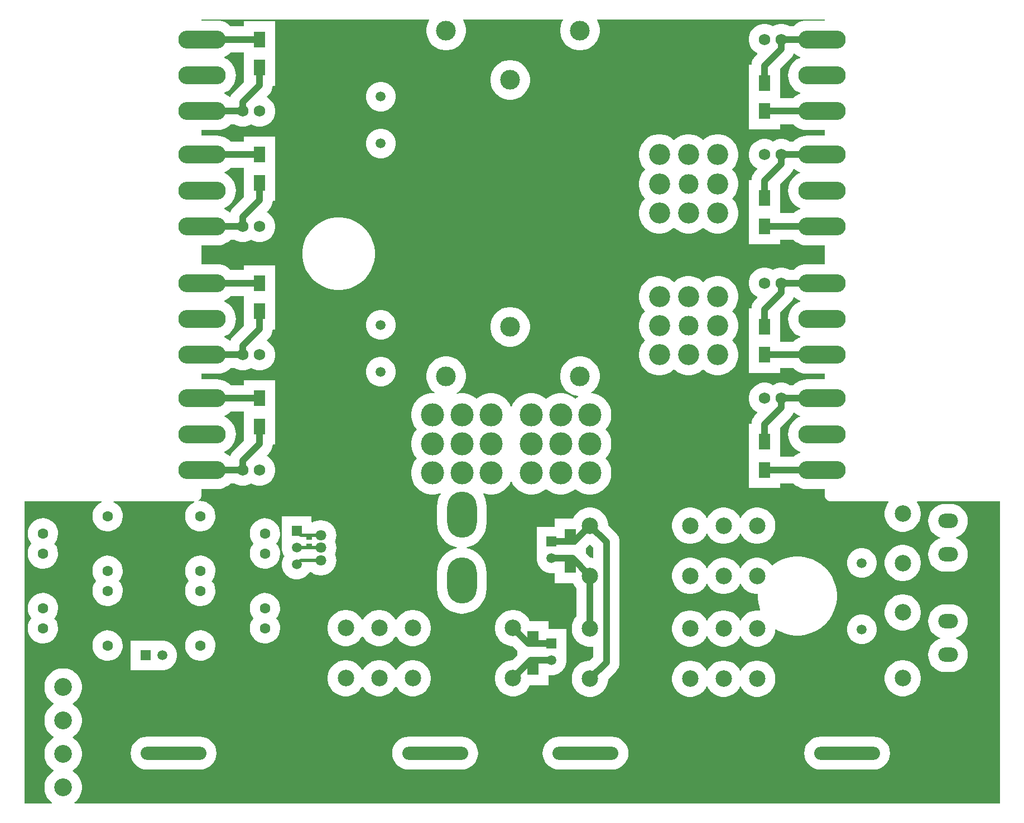
<source format=gbl>
G04*
G04 #@! TF.GenerationSoftware,Altium Limited,Altium Designer,22.8.2 (66)*
G04*
G04 Layer_Physical_Order=6*
G04 Layer_Color=16711680*
%FSLAX44Y44*%
%MOMM*%
G71*
G04*
G04 #@! TF.SameCoordinates,40631429-7DBC-4EA8-B2E3-056BE841FA50*
G04*
G04*
G04 #@! TF.FilePolarity,Positive*
G04*
G01*
G75*
%ADD12C,0.5000*%
%ADD32C,3.5000*%
%ADD33C,3.0000*%
%ADD34C,2.5000*%
%ADD35C,3.2000*%
%ADD36C,1.5000*%
%ADD37C,1.6000*%
%ADD38O,7.2000X2.7500*%
%ADD39O,1.7000X1.5000*%
%ADD40O,4.5000X7.0000*%
%ADD41O,10.0000X2.0000*%
%ADD42C,2.7000*%
%ADD43O,3.0000X2.2000*%
%ADD44C,8.0000*%
%ADD45R,1.5000X1.5000*%
%ADD46R,1.5000X1.5000*%
%ADD47C,1.7500*%
%ADD48C,1.0000*%
%ADD49R,1.7500X2.4500*%
%ADD50R,0.9500X0.7000*%
G36*
X1724324Y1713339D02*
X1697750D01*
X1693239Y1712984D01*
X1688838Y1711927D01*
X1684657Y1710196D01*
X1680799Y1707831D01*
X1677358Y1704892D01*
X1677106Y1704597D01*
X1671292D01*
X1669870Y1705547D01*
X1665548Y1707337D01*
X1660959Y1708250D01*
X1656281D01*
X1651692Y1707337D01*
X1647370Y1705547D01*
X1645920Y1704578D01*
X1644470Y1705547D01*
X1640148Y1707337D01*
X1635559Y1708250D01*
X1630881D01*
X1626292Y1707337D01*
X1621970Y1705547D01*
X1618080Y1702948D01*
X1614772Y1699640D01*
X1612173Y1695750D01*
X1610383Y1691428D01*
X1609470Y1686839D01*
Y1682161D01*
X1610383Y1677572D01*
X1612173Y1673250D01*
X1614772Y1669360D01*
X1618080Y1666052D01*
X1621758Y1663595D01*
X1622175Y1662216D01*
X1619010Y1659051D01*
X1616510Y1656005D01*
X1614653Y1652531D01*
X1613509Y1648761D01*
X1613213Y1645750D01*
X1609470D01*
Y1591250D01*
Y1548250D01*
X1656970D01*
Y1555403D01*
X1677106D01*
X1677358Y1555108D01*
X1680799Y1552169D01*
X1684657Y1549804D01*
X1688838Y1548073D01*
X1693239Y1547016D01*
X1697750Y1546661D01*
X1724324D01*
Y1538339D01*
X1697750D01*
X1693239Y1537984D01*
X1688838Y1536927D01*
X1684657Y1535196D01*
X1680799Y1532831D01*
X1677358Y1529892D01*
X1677106Y1529597D01*
X1671292D01*
X1669870Y1530547D01*
X1665548Y1532337D01*
X1660959Y1533250D01*
X1656281D01*
X1651692Y1532337D01*
X1647370Y1530547D01*
X1645920Y1529578D01*
X1644470Y1530547D01*
X1640148Y1532337D01*
X1635559Y1533250D01*
X1630881D01*
X1626292Y1532337D01*
X1621970Y1530547D01*
X1618080Y1527948D01*
X1614772Y1524640D01*
X1612173Y1520750D01*
X1610383Y1516428D01*
X1609470Y1511839D01*
Y1507161D01*
X1610383Y1502572D01*
X1612173Y1498250D01*
X1614772Y1494360D01*
X1618080Y1491052D01*
X1621758Y1488595D01*
X1622175Y1487216D01*
X1619010Y1484051D01*
X1616510Y1481005D01*
X1614653Y1477531D01*
X1613509Y1473761D01*
X1613213Y1470750D01*
X1609470D01*
Y1416250D01*
Y1373250D01*
X1656970D01*
Y1380403D01*
X1677106D01*
X1677358Y1380108D01*
X1680799Y1377169D01*
X1684657Y1374804D01*
X1688838Y1373073D01*
X1693239Y1372016D01*
X1697750Y1371661D01*
X1724324D01*
X1724324Y1343339D01*
X1697750D01*
X1693239Y1342984D01*
X1688838Y1341927D01*
X1684657Y1340196D01*
X1680799Y1337831D01*
X1677358Y1334892D01*
X1677106Y1334597D01*
X1671292D01*
X1669870Y1335547D01*
X1665548Y1337337D01*
X1660959Y1338250D01*
X1656281D01*
X1651692Y1337337D01*
X1647370Y1335547D01*
X1645920Y1334578D01*
X1644470Y1335547D01*
X1640148Y1337337D01*
X1635559Y1338250D01*
X1630881D01*
X1626292Y1337337D01*
X1621970Y1335547D01*
X1618080Y1332948D01*
X1614772Y1329640D01*
X1612173Y1325750D01*
X1610383Y1321428D01*
X1609470Y1316839D01*
Y1312161D01*
X1610383Y1307572D01*
X1612173Y1303250D01*
X1614772Y1299360D01*
X1618080Y1296052D01*
X1621758Y1293595D01*
X1622175Y1292216D01*
X1619010Y1289051D01*
X1616510Y1286005D01*
X1614653Y1282531D01*
X1613509Y1278761D01*
X1613213Y1275750D01*
X1609470D01*
Y1221250D01*
Y1178250D01*
X1656970D01*
Y1185403D01*
X1677106D01*
X1677358Y1185108D01*
X1680799Y1182169D01*
X1684657Y1179804D01*
X1688838Y1178073D01*
X1693239Y1177016D01*
X1697750Y1176661D01*
X1724324D01*
Y1168339D01*
X1697750D01*
X1693239Y1167984D01*
X1688838Y1166927D01*
X1684657Y1165196D01*
X1680799Y1162831D01*
X1677358Y1159892D01*
X1677106Y1159597D01*
X1671292D01*
X1669870Y1160547D01*
X1665548Y1162337D01*
X1660959Y1163250D01*
X1656281D01*
X1651692Y1162337D01*
X1647370Y1160547D01*
X1645920Y1159578D01*
X1644470Y1160547D01*
X1640148Y1162337D01*
X1635559Y1163250D01*
X1630881D01*
X1626292Y1162337D01*
X1621970Y1160547D01*
X1618080Y1157948D01*
X1614772Y1154640D01*
X1612173Y1150750D01*
X1610383Y1146428D01*
X1609470Y1141839D01*
Y1137161D01*
X1610383Y1132572D01*
X1612173Y1128250D01*
X1614772Y1124360D01*
X1618080Y1121052D01*
X1621758Y1118595D01*
X1622175Y1117216D01*
X1619010Y1114051D01*
X1616510Y1111005D01*
X1614653Y1107531D01*
X1613509Y1103761D01*
X1613213Y1100750D01*
X1609470D01*
Y1046250D01*
Y1003250D01*
X1656970D01*
Y1010403D01*
X1677106D01*
X1677358Y1010108D01*
X1680799Y1007169D01*
X1684657Y1004804D01*
X1688838Y1003073D01*
X1693239Y1002016D01*
X1697750Y1001661D01*
X1724324D01*
Y993140D01*
X1724668Y990530D01*
X1725675Y988097D01*
X1727278Y986008D01*
X1729367Y984405D01*
X1731800Y983398D01*
X1734410Y983054D01*
X1820690D01*
X1821337Y981784D01*
X1819230Y978883D01*
X1817265Y975026D01*
X1815927Y970910D01*
X1815250Y966634D01*
Y962306D01*
X1815927Y958030D01*
X1817265Y953914D01*
X1819230Y950057D01*
X1821774Y946555D01*
X1824835Y943494D01*
X1828337Y940950D01*
X1832194Y938985D01*
X1836310Y937647D01*
X1840586Y936970D01*
X1844914D01*
X1849190Y937647D01*
X1853306Y938985D01*
X1857163Y940950D01*
X1860665Y943494D01*
X1863726Y946555D01*
X1866270Y950057D01*
X1868235Y953914D01*
X1869573Y958030D01*
X1870250Y962306D01*
Y966634D01*
X1869573Y970910D01*
X1868235Y975026D01*
X1866270Y978883D01*
X1864163Y981784D01*
X1864810Y983054D01*
X1989913Y983054D01*
X1989914Y524436D01*
X586188D01*
X585796Y525644D01*
X587527Y526901D01*
X590699Y530074D01*
X593335Y533703D01*
X595372Y537700D01*
X596758Y541966D01*
X597460Y546397D01*
Y550883D01*
X596758Y555314D01*
X595372Y559580D01*
X593335Y563577D01*
X590699Y567206D01*
X587527Y570379D01*
X583897Y573015D01*
X583133Y573405D01*
Y574675D01*
X583897Y575065D01*
X587527Y577701D01*
X590699Y580873D01*
X593335Y584503D01*
X595372Y588500D01*
X596758Y592766D01*
X597460Y597197D01*
Y601683D01*
X596758Y606114D01*
X595372Y610380D01*
X593335Y614377D01*
X590699Y618007D01*
X587527Y621179D01*
X583897Y623815D01*
X583133Y624205D01*
Y625475D01*
X583897Y625865D01*
X587527Y628501D01*
X590699Y631674D01*
X593335Y635303D01*
X595372Y639300D01*
X596758Y643566D01*
X597460Y647997D01*
Y652483D01*
X596758Y656914D01*
X595372Y661180D01*
X593335Y665177D01*
X590699Y668807D01*
X587527Y671979D01*
X583897Y674615D01*
X583133Y675005D01*
Y676275D01*
X583897Y676665D01*
X587527Y679301D01*
X590699Y682474D01*
X593335Y686103D01*
X595372Y690100D01*
X596758Y694366D01*
X597460Y698797D01*
Y703283D01*
X596758Y707714D01*
X595372Y711980D01*
X593335Y715977D01*
X590699Y719606D01*
X587527Y722779D01*
X583897Y725415D01*
X579900Y727452D01*
X575634Y728838D01*
X571203Y729540D01*
X566717D01*
X562286Y728838D01*
X558020Y727452D01*
X554023Y725415D01*
X550393Y722779D01*
X547221Y719606D01*
X544585Y715977D01*
X542548Y711980D01*
X541162Y707714D01*
X540460Y703283D01*
Y698797D01*
X541162Y694366D01*
X542548Y690100D01*
X544585Y686103D01*
X547221Y682474D01*
X550393Y679301D01*
X554023Y676665D01*
X554787Y676275D01*
Y675005D01*
X554023Y674615D01*
X550393Y671979D01*
X547221Y668807D01*
X544585Y665177D01*
X542548Y661180D01*
X541162Y656914D01*
X540460Y652483D01*
Y647997D01*
X541162Y643566D01*
X542548Y639300D01*
X544585Y635303D01*
X547221Y631674D01*
X550393Y628501D01*
X554023Y625865D01*
X554787Y625475D01*
Y624205D01*
X554023Y623815D01*
X550393Y621179D01*
X547221Y618007D01*
X544585Y614377D01*
X542548Y610380D01*
X541162Y606114D01*
X540460Y601683D01*
Y597197D01*
X541162Y592766D01*
X542548Y588500D01*
X544585Y584503D01*
X547221Y580873D01*
X550393Y577701D01*
X554023Y575065D01*
X554787Y574675D01*
Y573405D01*
X554023Y573015D01*
X550393Y570379D01*
X547221Y567206D01*
X544585Y563577D01*
X542548Y559580D01*
X541162Y555314D01*
X540460Y550883D01*
Y546397D01*
X541162Y541966D01*
X542548Y537700D01*
X544585Y533703D01*
X547221Y530074D01*
X550393Y526901D01*
X552124Y525644D01*
X551732Y524436D01*
X510086D01*
X510086Y983054D01*
X627040D01*
X627336Y981784D01*
X624113Y980194D01*
X620518Y977436D01*
X617531Y974030D01*
X615266Y970106D01*
X613810Y965816D01*
X613218Y961324D01*
X613515Y956803D01*
X614687Y952427D01*
X616691Y948364D01*
X619449Y944769D01*
X622855Y941782D01*
X626779Y939517D01*
X631069Y938061D01*
X635561Y937469D01*
X640082Y937766D01*
X644458Y938938D01*
X648521Y940942D01*
X652116Y943700D01*
X655103Y947106D01*
X657368Y951030D01*
X658825Y955320D01*
X659416Y959812D01*
X659120Y964333D01*
X657947Y968709D01*
X655943Y972772D01*
X653185Y976367D01*
X649779Y979354D01*
X645855Y981619D01*
X645321Y981801D01*
X645527Y983054D01*
X767694D01*
X767904Y981784D01*
X767419Y981619D01*
X763495Y979354D01*
X760089Y976367D01*
X757331Y972772D01*
X755327Y968709D01*
X754155Y964333D01*
X753858Y959812D01*
X754450Y955320D01*
X755906Y951030D01*
X758171Y947106D01*
X761158Y943700D01*
X764753Y940942D01*
X768816Y938938D01*
X773192Y937765D01*
X777713Y937469D01*
X782205Y938061D01*
X786495Y939517D01*
X790419Y941782D01*
X793825Y944769D01*
X796583Y948364D01*
X798587Y952427D01*
X799760Y956803D01*
X800056Y961324D01*
X799465Y965816D01*
X798008Y970106D01*
X795743Y974030D01*
X792756Y977436D01*
X789161Y980194D01*
X785098Y982198D01*
X780722Y983371D01*
X776201Y983667D01*
X774844Y983488D01*
X774341Y984703D01*
X776042Y986008D01*
X777645Y988097D01*
X778652Y990530D01*
X778996Y993140D01*
Y1001661D01*
X802250D01*
X806761Y1002016D01*
X811161Y1003073D01*
X815342Y1004804D01*
X819201Y1007169D01*
X822642Y1010108D01*
X822894Y1010403D01*
X828708D01*
X830130Y1009453D01*
X834452Y1007663D01*
X839040Y1006750D01*
X843719D01*
X848307Y1007663D01*
X852629Y1009453D01*
X854080Y1010422D01*
X855530Y1009453D01*
X859852Y1007663D01*
X864440Y1006750D01*
X869119D01*
X873707Y1007663D01*
X878029Y1009453D01*
X881919Y1012052D01*
X885227Y1015360D01*
X887826Y1019250D01*
X889617Y1023572D01*
X890529Y1028161D01*
Y1032839D01*
X889617Y1037428D01*
X887826Y1041750D01*
X885227Y1045640D01*
X881919Y1048948D01*
X878242Y1051405D01*
X877825Y1052784D01*
X880990Y1055949D01*
X880990Y1055949D01*
X883489Y1058995D01*
X885347Y1062469D01*
X886490Y1066239D01*
X886787Y1069250D01*
X890529D01*
Y1112250D01*
Y1166750D01*
X843029D01*
Y1159597D01*
X822894D01*
X822642Y1159892D01*
X819201Y1162831D01*
X815342Y1165196D01*
X811161Y1166927D01*
X806761Y1167984D01*
X802250Y1168339D01*
X778996D01*
Y1176661D01*
X802250D01*
X806761Y1177016D01*
X811161Y1178073D01*
X815342Y1179804D01*
X819201Y1182169D01*
X822642Y1185108D01*
X822894Y1185403D01*
X828708D01*
X830130Y1184453D01*
X834452Y1182663D01*
X839040Y1181750D01*
X843719D01*
X848307Y1182663D01*
X852629Y1184453D01*
X854080Y1185422D01*
X855530Y1184453D01*
X859852Y1182663D01*
X864440Y1181750D01*
X869119D01*
X873707Y1182663D01*
X878029Y1184453D01*
X881919Y1187052D01*
X885227Y1190360D01*
X887826Y1194250D01*
X889617Y1198572D01*
X890529Y1203161D01*
Y1207839D01*
X889617Y1212428D01*
X887826Y1216750D01*
X885227Y1220640D01*
X881919Y1223948D01*
X878242Y1226405D01*
X877825Y1227784D01*
X880990Y1230949D01*
X880990Y1230949D01*
X883489Y1233995D01*
X885347Y1237469D01*
X886490Y1241239D01*
X886787Y1244250D01*
X890529D01*
Y1287250D01*
Y1341750D01*
X843029D01*
Y1334597D01*
X822894D01*
X822642Y1334892D01*
X819201Y1337831D01*
X815342Y1340196D01*
X811161Y1341927D01*
X806761Y1342984D01*
X802250Y1343339D01*
X778996D01*
Y1371661D01*
X802250D01*
X806761Y1372016D01*
X811161Y1373073D01*
X815342Y1374804D01*
X819201Y1377169D01*
X822642Y1380108D01*
X822894Y1380403D01*
X828708D01*
X830130Y1379453D01*
X834452Y1377663D01*
X839040Y1376750D01*
X843719D01*
X848307Y1377663D01*
X852629Y1379453D01*
X854080Y1380422D01*
X855530Y1379453D01*
X859852Y1377663D01*
X864440Y1376750D01*
X869119D01*
X873707Y1377663D01*
X878029Y1379453D01*
X881919Y1382052D01*
X885227Y1385360D01*
X887827Y1389250D01*
X889617Y1393572D01*
X890529Y1398161D01*
Y1402839D01*
X889617Y1407428D01*
X887827Y1411750D01*
X885227Y1415640D01*
X881919Y1418948D01*
X878242Y1421405D01*
X877825Y1422784D01*
X880990Y1425949D01*
X880990Y1425949D01*
X883489Y1428995D01*
X885347Y1432469D01*
X886490Y1436239D01*
X886787Y1439250D01*
X890529D01*
Y1482250D01*
Y1536750D01*
X843029D01*
Y1529597D01*
X822894D01*
X822642Y1529892D01*
X819201Y1532831D01*
X815342Y1535196D01*
X811161Y1536927D01*
X806761Y1537984D01*
X802250Y1538339D01*
X778996D01*
Y1546661D01*
X802250D01*
X806761Y1547016D01*
X811161Y1548073D01*
X815342Y1549804D01*
X819201Y1552169D01*
X822642Y1555108D01*
X822894Y1555403D01*
X828708D01*
X830130Y1554453D01*
X834452Y1552663D01*
X839040Y1551750D01*
X843719D01*
X848307Y1552663D01*
X852629Y1554453D01*
X854080Y1555422D01*
X855530Y1554453D01*
X859852Y1552663D01*
X864440Y1551750D01*
X869119D01*
X873707Y1552663D01*
X878029Y1554453D01*
X881919Y1557052D01*
X885227Y1560360D01*
X887827Y1564250D01*
X889617Y1568572D01*
X890529Y1573161D01*
Y1577839D01*
X889617Y1582428D01*
X887827Y1586750D01*
X885227Y1590640D01*
X881919Y1593948D01*
X878242Y1596405D01*
X877825Y1597784D01*
X880990Y1600949D01*
X880990Y1600949D01*
X883489Y1603995D01*
X885347Y1607469D01*
X886490Y1611239D01*
X886787Y1614250D01*
X890529D01*
Y1657250D01*
Y1711750D01*
X843029D01*
Y1704597D01*
X822894D01*
X822642Y1704892D01*
X819201Y1707831D01*
X815342Y1710196D01*
X811161Y1711927D01*
X806761Y1712984D01*
X802250Y1713339D01*
X778996D01*
Y1714914D01*
X1123731D01*
X1123986Y1714412D01*
X1124236Y1713644D01*
X1122163Y1709576D01*
X1120704Y1705085D01*
X1119965Y1700421D01*
Y1695699D01*
X1120704Y1691035D01*
X1122163Y1686544D01*
X1124307Y1682337D01*
X1127082Y1678516D01*
X1130421Y1675177D01*
X1134241Y1672402D01*
X1138449Y1670258D01*
X1142940Y1668799D01*
X1147604Y1668060D01*
X1152326D01*
X1156990Y1668799D01*
X1161481Y1670258D01*
X1165688Y1672402D01*
X1169509Y1675177D01*
X1172848Y1678516D01*
X1175623Y1682337D01*
X1177767Y1686544D01*
X1179226Y1691035D01*
X1179965Y1695699D01*
Y1700421D01*
X1179226Y1705085D01*
X1177767Y1709576D01*
X1175694Y1713644D01*
X1175944Y1714412D01*
X1176199Y1714914D01*
X1326731D01*
X1326986Y1714412D01*
X1327236Y1713644D01*
X1325163Y1709576D01*
X1323704Y1705085D01*
X1322965Y1700421D01*
Y1695699D01*
X1323704Y1691035D01*
X1325163Y1686544D01*
X1327307Y1682337D01*
X1330082Y1678516D01*
X1333421Y1675177D01*
X1337242Y1672402D01*
X1341449Y1670258D01*
X1345940Y1668799D01*
X1350604Y1668060D01*
X1355326D01*
X1359990Y1668799D01*
X1364481Y1670258D01*
X1368688Y1672402D01*
X1372509Y1675177D01*
X1375848Y1678516D01*
X1378623Y1682337D01*
X1380767Y1686544D01*
X1382226Y1691035D01*
X1382965Y1695699D01*
Y1700421D01*
X1382226Y1705085D01*
X1380767Y1709576D01*
X1378694Y1713644D01*
X1378944Y1714412D01*
X1379199Y1714914D01*
X1724324D01*
Y1713339D01*
D02*
G37*
G36*
X843029Y1657250D02*
Y1619831D01*
X827169Y1603971D01*
X824670Y1600925D01*
X822812Y1597451D01*
X822739Y1597207D01*
X821520Y1596850D01*
X819201Y1598831D01*
X815342Y1601196D01*
X813123Y1602115D01*
Y1603385D01*
X815342Y1604304D01*
X819201Y1606669D01*
X822642Y1609608D01*
X825581Y1613049D01*
X827945Y1616907D01*
X829677Y1621088D01*
X830733Y1625489D01*
X831088Y1630000D01*
X830733Y1634511D01*
X829677Y1638912D01*
X827945Y1643093D01*
X825581Y1646951D01*
X822642Y1650392D01*
X819201Y1653331D01*
X815342Y1655696D01*
X813123Y1656615D01*
Y1657885D01*
X815342Y1658804D01*
X819201Y1661169D01*
X822642Y1664108D01*
X822894Y1664403D01*
X843029D01*
Y1657250D01*
D02*
G37*
G36*
X1680799Y1661169D02*
X1684657Y1658804D01*
X1686877Y1657885D01*
Y1656615D01*
X1684657Y1655696D01*
X1680799Y1653331D01*
X1677358Y1650392D01*
X1674419Y1646951D01*
X1672054Y1643093D01*
X1670323Y1638912D01*
X1669266Y1634511D01*
X1668911Y1630000D01*
X1669266Y1625489D01*
X1670323Y1621088D01*
X1672054Y1616907D01*
X1674419Y1613049D01*
X1677358Y1609608D01*
X1680799Y1606669D01*
X1684657Y1604304D01*
X1686877Y1603385D01*
Y1602115D01*
X1684657Y1601196D01*
X1680799Y1598831D01*
X1677358Y1595892D01*
X1677106Y1595597D01*
X1656970D01*
Y1640169D01*
X1672830Y1656029D01*
X1672831Y1656029D01*
X1675330Y1659075D01*
X1677187Y1662549D01*
X1677261Y1662793D01*
X1678480Y1663150D01*
X1680799Y1661169D01*
D02*
G37*
G36*
X843029Y1482250D02*
Y1444831D01*
X827169Y1428971D01*
X824670Y1425925D01*
X822812Y1422451D01*
X822739Y1422207D01*
X821520Y1421850D01*
X819201Y1423831D01*
X815342Y1426196D01*
X813123Y1427115D01*
Y1428385D01*
X815342Y1429304D01*
X819201Y1431669D01*
X822642Y1434608D01*
X825581Y1438049D01*
X827945Y1441907D01*
X829677Y1446088D01*
X830733Y1450489D01*
X831088Y1455000D01*
X830733Y1459511D01*
X829677Y1463912D01*
X827945Y1468093D01*
X825581Y1471951D01*
X822642Y1475392D01*
X819201Y1478331D01*
X815342Y1480696D01*
X813123Y1481615D01*
Y1482885D01*
X815342Y1483804D01*
X819201Y1486169D01*
X822642Y1489108D01*
X822894Y1489403D01*
X843029D01*
Y1482250D01*
D02*
G37*
G36*
X1680799Y1486169D02*
X1684657Y1483804D01*
X1686877Y1482885D01*
Y1481615D01*
X1684657Y1480696D01*
X1680799Y1478331D01*
X1677358Y1475392D01*
X1674419Y1471951D01*
X1672054Y1468093D01*
X1670323Y1463912D01*
X1669266Y1459511D01*
X1668911Y1455000D01*
X1669266Y1450489D01*
X1670323Y1446088D01*
X1672054Y1441907D01*
X1674419Y1438049D01*
X1677358Y1434608D01*
X1680799Y1431669D01*
X1684657Y1429304D01*
X1686877Y1428385D01*
Y1427115D01*
X1684657Y1426196D01*
X1680799Y1423831D01*
X1677358Y1420892D01*
X1677106Y1420597D01*
X1656970D01*
Y1465169D01*
X1672830Y1481029D01*
X1672831Y1481029D01*
X1675330Y1484075D01*
X1677187Y1487549D01*
X1677261Y1487793D01*
X1678480Y1488150D01*
X1680799Y1486169D01*
D02*
G37*
G36*
X843029Y1287250D02*
Y1249831D01*
X827169Y1233971D01*
X824670Y1230925D01*
X822812Y1227451D01*
X822739Y1227207D01*
X821520Y1226850D01*
X819201Y1228831D01*
X815342Y1231196D01*
X813123Y1232115D01*
Y1233385D01*
X815342Y1234304D01*
X819201Y1236669D01*
X822642Y1239608D01*
X825581Y1243049D01*
X827945Y1246907D01*
X829677Y1251088D01*
X830733Y1255489D01*
X831088Y1260000D01*
X830733Y1264511D01*
X829677Y1268912D01*
X827945Y1273093D01*
X825581Y1276951D01*
X822642Y1280392D01*
X819201Y1283331D01*
X815342Y1285696D01*
X813123Y1286615D01*
Y1287885D01*
X815342Y1288804D01*
X819201Y1291169D01*
X822642Y1294108D01*
X822894Y1294403D01*
X843029D01*
Y1287250D01*
D02*
G37*
G36*
X1680799Y1291169D02*
X1684657Y1288804D01*
X1686877Y1287885D01*
Y1286615D01*
X1684657Y1285696D01*
X1680799Y1283331D01*
X1677358Y1280392D01*
X1674419Y1276951D01*
X1672054Y1273093D01*
X1670323Y1268912D01*
X1669266Y1264511D01*
X1668911Y1260000D01*
X1669266Y1255489D01*
X1670323Y1251088D01*
X1672054Y1246907D01*
X1674419Y1243049D01*
X1677358Y1239608D01*
X1680799Y1236669D01*
X1684657Y1234304D01*
X1686877Y1233385D01*
Y1232115D01*
X1684657Y1231196D01*
X1680799Y1228831D01*
X1677358Y1225892D01*
X1677106Y1225597D01*
X1656970D01*
Y1270169D01*
X1672830Y1286029D01*
X1672831Y1286029D01*
X1675330Y1289075D01*
X1677187Y1292549D01*
X1677261Y1292793D01*
X1678480Y1293150D01*
X1680799Y1291169D01*
D02*
G37*
G36*
X843029Y1112250D02*
Y1074831D01*
X827169Y1058971D01*
X824670Y1055925D01*
X822812Y1052451D01*
X822739Y1052207D01*
X821520Y1051850D01*
X819201Y1053831D01*
X815342Y1056196D01*
X813123Y1057115D01*
Y1058385D01*
X815342Y1059304D01*
X819201Y1061669D01*
X822642Y1064608D01*
X825581Y1068049D01*
X827945Y1071907D01*
X829677Y1076088D01*
X830733Y1080489D01*
X831088Y1085000D01*
X830733Y1089511D01*
X829677Y1093912D01*
X827945Y1098093D01*
X825581Y1101951D01*
X822642Y1105392D01*
X819201Y1108331D01*
X815342Y1110696D01*
X813123Y1111615D01*
Y1112885D01*
X815342Y1113804D01*
X819201Y1116169D01*
X822642Y1119108D01*
X822894Y1119403D01*
X843029D01*
Y1112250D01*
D02*
G37*
G36*
X1680799Y1116169D02*
X1684657Y1113804D01*
X1686877Y1112885D01*
Y1111615D01*
X1684657Y1110696D01*
X1680799Y1108331D01*
X1677358Y1105392D01*
X1674419Y1101951D01*
X1672054Y1098093D01*
X1670323Y1093912D01*
X1669266Y1089511D01*
X1668911Y1085000D01*
X1669266Y1080489D01*
X1670323Y1076088D01*
X1672054Y1071907D01*
X1674419Y1068049D01*
X1677358Y1064608D01*
X1680799Y1061669D01*
X1684657Y1059304D01*
X1686877Y1058385D01*
Y1057115D01*
X1684657Y1056196D01*
X1680799Y1053831D01*
X1677358Y1050892D01*
X1677106Y1050597D01*
X1656970D01*
Y1095169D01*
X1672830Y1111029D01*
X1672831Y1111029D01*
X1675330Y1114075D01*
X1677187Y1117549D01*
X1677261Y1117793D01*
X1678480Y1118150D01*
X1680799Y1116169D01*
D02*
G37*
%LPC*%
G36*
X1249372Y1653060D02*
X1244650D01*
X1239986Y1652321D01*
X1235495Y1650862D01*
X1231288Y1648718D01*
X1227467Y1645943D01*
X1224128Y1642604D01*
X1221353Y1638783D01*
X1219209Y1634576D01*
X1217750Y1630085D01*
X1217011Y1625421D01*
Y1620699D01*
X1217750Y1616035D01*
X1219209Y1611544D01*
X1221353Y1607337D01*
X1224128Y1603516D01*
X1227467Y1600177D01*
X1231288Y1597402D01*
X1235495Y1595258D01*
X1239986Y1593799D01*
X1244650Y1593060D01*
X1249372D01*
X1254036Y1593799D01*
X1258527Y1595258D01*
X1262734Y1597402D01*
X1266555Y1600177D01*
X1269894Y1603516D01*
X1272669Y1607337D01*
X1274813Y1611544D01*
X1276272Y1616035D01*
X1277011Y1620699D01*
Y1625421D01*
X1276272Y1630085D01*
X1274813Y1634576D01*
X1272669Y1638783D01*
X1269894Y1642604D01*
X1266555Y1645943D01*
X1262734Y1648718D01*
X1258527Y1650862D01*
X1254036Y1652321D01*
X1249372Y1653060D01*
D02*
G37*
G36*
X1052976Y1620160D02*
X1048544D01*
X1044197Y1619295D01*
X1040102Y1617599D01*
X1036417Y1615137D01*
X1033283Y1612003D01*
X1030821Y1608318D01*
X1029125Y1604223D01*
X1028260Y1599876D01*
Y1595444D01*
X1029125Y1591097D01*
X1030821Y1587002D01*
X1033283Y1583317D01*
X1036417Y1580183D01*
X1040102Y1577721D01*
X1044197Y1576025D01*
X1048544Y1575160D01*
X1052976D01*
X1057323Y1576025D01*
X1061418Y1577721D01*
X1065103Y1580183D01*
X1068237Y1583317D01*
X1070699Y1587002D01*
X1072395Y1591097D01*
X1073260Y1595444D01*
Y1599876D01*
X1072395Y1604223D01*
X1070699Y1608318D01*
X1068237Y1612003D01*
X1065103Y1615137D01*
X1061418Y1617599D01*
X1057323Y1619295D01*
X1052976Y1620160D01*
D02*
G37*
G36*
X1564598Y1540500D02*
X1559718D01*
X1554899Y1539737D01*
X1550258Y1538229D01*
X1545911Y1536014D01*
X1541963Y1533145D01*
X1539983Y1531166D01*
X1538003Y1533145D01*
X1534056Y1536014D01*
X1529708Y1538229D01*
X1525067Y1539737D01*
X1520248Y1540500D01*
X1515368D01*
X1510549Y1539737D01*
X1505908Y1538229D01*
X1501561Y1536014D01*
X1497613Y1533145D01*
X1495633Y1531166D01*
X1493653Y1533145D01*
X1489706Y1536014D01*
X1485358Y1538229D01*
X1480717Y1539737D01*
X1475898Y1540500D01*
X1471019D01*
X1466199Y1539737D01*
X1461558Y1538229D01*
X1457211Y1536014D01*
X1453263Y1533145D01*
X1449813Y1529695D01*
X1446945Y1525748D01*
X1444729Y1521400D01*
X1443222Y1516759D01*
X1442458Y1511940D01*
Y1507060D01*
X1443222Y1502241D01*
X1444729Y1497600D01*
X1446945Y1493253D01*
X1449813Y1489305D01*
X1451793Y1487325D01*
X1449813Y1485345D01*
X1446945Y1481398D01*
X1444729Y1477050D01*
X1443222Y1472409D01*
X1442458Y1467590D01*
Y1462710D01*
X1443222Y1457891D01*
X1444729Y1453250D01*
X1446945Y1448902D01*
X1449813Y1444955D01*
X1451793Y1442975D01*
X1449813Y1440995D01*
X1446945Y1437047D01*
X1444729Y1432700D01*
X1443222Y1428059D01*
X1442458Y1423240D01*
Y1418360D01*
X1443222Y1413541D01*
X1444729Y1408900D01*
X1446945Y1404552D01*
X1449813Y1400605D01*
X1453263Y1397155D01*
X1457211Y1394286D01*
X1461558Y1392071D01*
X1466199Y1390563D01*
X1471019Y1389800D01*
X1475898D01*
X1480717Y1390563D01*
X1485358Y1392071D01*
X1489706Y1394286D01*
X1493653Y1397155D01*
X1495633Y1399134D01*
X1497613Y1397155D01*
X1501561Y1394286D01*
X1505908Y1392071D01*
X1510549Y1390563D01*
X1515368Y1389800D01*
X1520248D01*
X1525067Y1390563D01*
X1529708Y1392071D01*
X1534056Y1394286D01*
X1538003Y1397155D01*
X1539983Y1399134D01*
X1541963Y1397155D01*
X1545911Y1394286D01*
X1550258Y1392071D01*
X1554899Y1390563D01*
X1559718Y1389800D01*
X1564598D01*
X1569418Y1390563D01*
X1574058Y1392071D01*
X1578406Y1394286D01*
X1582353Y1397155D01*
X1585804Y1400605D01*
X1588672Y1404552D01*
X1590887Y1408900D01*
X1592395Y1413541D01*
X1593158Y1418360D01*
Y1423240D01*
X1592395Y1428059D01*
X1590887Y1432700D01*
X1588672Y1437047D01*
X1585804Y1440995D01*
X1583824Y1442975D01*
X1585804Y1444955D01*
X1588672Y1448902D01*
X1590887Y1453250D01*
X1592395Y1457891D01*
X1593158Y1462710D01*
Y1467590D01*
X1592395Y1472409D01*
X1590887Y1477050D01*
X1588672Y1481398D01*
X1585804Y1485345D01*
X1583824Y1487325D01*
X1585804Y1489305D01*
X1588672Y1493253D01*
X1590887Y1497600D01*
X1592395Y1502241D01*
X1593158Y1507060D01*
Y1511940D01*
X1592395Y1516759D01*
X1590887Y1521400D01*
X1588672Y1525748D01*
X1585804Y1529695D01*
X1582353Y1533145D01*
X1578406Y1536014D01*
X1574058Y1538229D01*
X1569418Y1539737D01*
X1564598Y1540500D01*
D02*
G37*
G36*
X1052976Y1549040D02*
X1048544D01*
X1044197Y1548175D01*
X1040102Y1546479D01*
X1036417Y1544017D01*
X1033283Y1540883D01*
X1030821Y1537198D01*
X1029125Y1533103D01*
X1028260Y1528756D01*
Y1524324D01*
X1029125Y1519977D01*
X1030821Y1515882D01*
X1033283Y1512197D01*
X1036417Y1509063D01*
X1040102Y1506601D01*
X1044197Y1504905D01*
X1048544Y1504040D01*
X1052976D01*
X1057323Y1504905D01*
X1061418Y1506601D01*
X1065103Y1509063D01*
X1068237Y1512197D01*
X1070699Y1515882D01*
X1072395Y1519977D01*
X1073260Y1524324D01*
Y1528756D01*
X1072395Y1533103D01*
X1070699Y1537198D01*
X1068237Y1540883D01*
X1065103Y1544017D01*
X1061418Y1546479D01*
X1057323Y1548175D01*
X1052976Y1549040D01*
D02*
G37*
G36*
X1564598Y1325200D02*
X1559718D01*
X1554899Y1324437D01*
X1550258Y1322929D01*
X1545911Y1320714D01*
X1541963Y1317845D01*
X1539983Y1315866D01*
X1538003Y1317845D01*
X1534056Y1320714D01*
X1529708Y1322929D01*
X1525067Y1324437D01*
X1520248Y1325200D01*
X1515368D01*
X1510549Y1324437D01*
X1505908Y1322929D01*
X1501561Y1320714D01*
X1497613Y1317845D01*
X1495633Y1315866D01*
X1493653Y1317845D01*
X1489706Y1320714D01*
X1485358Y1322929D01*
X1480717Y1324437D01*
X1475898Y1325200D01*
X1471019D01*
X1466199Y1324437D01*
X1461558Y1322929D01*
X1457211Y1320714D01*
X1453263Y1317845D01*
X1449813Y1314395D01*
X1446945Y1310448D01*
X1444729Y1306100D01*
X1443222Y1301459D01*
X1442458Y1296640D01*
Y1291760D01*
X1443222Y1286941D01*
X1444729Y1282300D01*
X1446945Y1277952D01*
X1449813Y1274005D01*
X1451793Y1272025D01*
X1449813Y1270045D01*
X1446945Y1266097D01*
X1444729Y1261750D01*
X1443222Y1257109D01*
X1442458Y1252290D01*
Y1247410D01*
X1443222Y1242591D01*
X1444729Y1237950D01*
X1446945Y1233603D01*
X1449813Y1229655D01*
X1451793Y1227675D01*
X1449813Y1225695D01*
X1446945Y1221748D01*
X1444729Y1217400D01*
X1443222Y1212759D01*
X1442458Y1207940D01*
Y1203060D01*
X1443222Y1198241D01*
X1444729Y1193600D01*
X1446945Y1189252D01*
X1449813Y1185305D01*
X1453263Y1181854D01*
X1457211Y1178986D01*
X1461558Y1176771D01*
X1466199Y1175263D01*
X1471019Y1174500D01*
X1475898D01*
X1480717Y1175263D01*
X1485358Y1176771D01*
X1489706Y1178986D01*
X1493653Y1181854D01*
X1495633Y1183834D01*
X1497613Y1181854D01*
X1501561Y1178986D01*
X1505908Y1176771D01*
X1510549Y1175263D01*
X1515368Y1174500D01*
X1520248D01*
X1525067Y1175263D01*
X1529708Y1176771D01*
X1534056Y1178986D01*
X1538003Y1181854D01*
X1539983Y1183834D01*
X1541963Y1181854D01*
X1545911Y1178986D01*
X1550258Y1176771D01*
X1554899Y1175263D01*
X1559718Y1174500D01*
X1564598D01*
X1569418Y1175263D01*
X1574058Y1176771D01*
X1578406Y1178986D01*
X1582353Y1181854D01*
X1585804Y1185305D01*
X1588672Y1189252D01*
X1590887Y1193600D01*
X1592395Y1198241D01*
X1593158Y1203060D01*
Y1207940D01*
X1592395Y1212759D01*
X1590887Y1217400D01*
X1588672Y1221748D01*
X1585804Y1225695D01*
X1583824Y1227675D01*
X1585804Y1229655D01*
X1588672Y1233603D01*
X1590887Y1237950D01*
X1592395Y1242591D01*
X1593158Y1247410D01*
Y1252290D01*
X1592395Y1257109D01*
X1590887Y1261750D01*
X1588672Y1266097D01*
X1585804Y1270045D01*
X1583824Y1272025D01*
X1585804Y1274005D01*
X1588672Y1277952D01*
X1590887Y1282300D01*
X1592395Y1286941D01*
X1593158Y1291760D01*
Y1296640D01*
X1592395Y1301459D01*
X1590887Y1306100D01*
X1588672Y1310448D01*
X1585804Y1314395D01*
X1582353Y1317845D01*
X1578406Y1320714D01*
X1574058Y1322929D01*
X1569418Y1324437D01*
X1564598Y1325200D01*
D02*
G37*
G36*
X990395Y1414070D02*
X983185D01*
X976037Y1413129D01*
X969073Y1411263D01*
X962412Y1408504D01*
X956168Y1404899D01*
X950448Y1400510D01*
X945350Y1395412D01*
X940961Y1389692D01*
X937356Y1383448D01*
X934597Y1376787D01*
X932731Y1369823D01*
X931790Y1362675D01*
Y1355465D01*
X932731Y1348317D01*
X934597Y1341353D01*
X937356Y1334692D01*
X940961Y1328448D01*
X945350Y1322728D01*
X950448Y1317630D01*
X956168Y1313241D01*
X962412Y1309636D01*
X969073Y1306877D01*
X976037Y1305011D01*
X983185Y1304070D01*
X990395D01*
X997543Y1305011D01*
X1004507Y1306877D01*
X1011168Y1309636D01*
X1017412Y1313241D01*
X1023132Y1317630D01*
X1028230Y1322728D01*
X1032619Y1328448D01*
X1036224Y1334692D01*
X1038983Y1341353D01*
X1040849Y1348317D01*
X1041790Y1355465D01*
Y1362675D01*
X1040849Y1369823D01*
X1038983Y1376787D01*
X1036224Y1383448D01*
X1032619Y1389692D01*
X1028230Y1395412D01*
X1023132Y1400510D01*
X1017412Y1404899D01*
X1011168Y1408504D01*
X1004507Y1411263D01*
X997543Y1413129D01*
X990395Y1414070D01*
D02*
G37*
G36*
X1052976Y1273450D02*
X1048544D01*
X1044197Y1272585D01*
X1040102Y1270889D01*
X1036417Y1268427D01*
X1033283Y1265293D01*
X1030821Y1261608D01*
X1029125Y1257513D01*
X1028260Y1253166D01*
Y1248734D01*
X1029125Y1244387D01*
X1030821Y1240292D01*
X1033283Y1236607D01*
X1036417Y1233473D01*
X1040102Y1231011D01*
X1044197Y1229315D01*
X1048544Y1228450D01*
X1052976D01*
X1057323Y1229315D01*
X1061418Y1231011D01*
X1065103Y1233473D01*
X1068237Y1236607D01*
X1070699Y1240292D01*
X1072395Y1244387D01*
X1073260Y1248734D01*
Y1253166D01*
X1072395Y1257513D01*
X1070699Y1261608D01*
X1068237Y1265293D01*
X1065103Y1268427D01*
X1061418Y1270889D01*
X1057323Y1272585D01*
X1052976Y1273450D01*
D02*
G37*
G36*
X1249372Y1278060D02*
X1244650D01*
X1239986Y1277321D01*
X1235495Y1275862D01*
X1231288Y1273718D01*
X1227467Y1270943D01*
X1224128Y1267604D01*
X1221353Y1263783D01*
X1219209Y1259576D01*
X1217750Y1255085D01*
X1217011Y1250421D01*
Y1245699D01*
X1217750Y1241035D01*
X1219209Y1236544D01*
X1221353Y1232337D01*
X1224128Y1228516D01*
X1227467Y1225177D01*
X1231288Y1222402D01*
X1235495Y1220258D01*
X1239986Y1218799D01*
X1244650Y1218060D01*
X1249372D01*
X1254036Y1218799D01*
X1258527Y1220258D01*
X1262734Y1222402D01*
X1266555Y1225177D01*
X1269894Y1228516D01*
X1272669Y1232337D01*
X1274813Y1236544D01*
X1276272Y1241035D01*
X1277011Y1245699D01*
Y1250421D01*
X1276272Y1255085D01*
X1274813Y1259576D01*
X1272669Y1263783D01*
X1269894Y1267604D01*
X1266555Y1270943D01*
X1262734Y1273718D01*
X1258527Y1275862D01*
X1254036Y1277321D01*
X1249372Y1278060D01*
D02*
G37*
G36*
X1052976Y1202330D02*
X1048544D01*
X1044197Y1201465D01*
X1040102Y1199769D01*
X1036417Y1197307D01*
X1033283Y1194173D01*
X1030821Y1190488D01*
X1029125Y1186393D01*
X1028260Y1182046D01*
Y1177614D01*
X1029125Y1173267D01*
X1030821Y1169172D01*
X1033283Y1165487D01*
X1036417Y1162353D01*
X1040102Y1159891D01*
X1044197Y1158195D01*
X1048544Y1157330D01*
X1052976D01*
X1057323Y1158195D01*
X1061418Y1159891D01*
X1065103Y1162353D01*
X1068237Y1165487D01*
X1070699Y1169172D01*
X1072395Y1173267D01*
X1073260Y1177614D01*
Y1182046D01*
X1072395Y1186393D01*
X1070699Y1190488D01*
X1068237Y1194173D01*
X1065103Y1197307D01*
X1061418Y1199769D01*
X1057323Y1201465D01*
X1052976Y1202330D01*
D02*
G37*
G36*
X1355326Y1203060D02*
X1350604D01*
X1345940Y1202321D01*
X1341449Y1200862D01*
X1337242Y1198718D01*
X1333421Y1195943D01*
X1330082Y1192604D01*
X1327307Y1188783D01*
X1325163Y1184576D01*
X1323704Y1180085D01*
X1322965Y1175421D01*
Y1170699D01*
X1323704Y1166035D01*
X1325163Y1161544D01*
X1327307Y1157337D01*
X1330082Y1153516D01*
X1333421Y1150177D01*
X1337242Y1147402D01*
X1341449Y1145258D01*
X1345940Y1143799D01*
X1349864Y1143177D01*
X1350185Y1141841D01*
X1346908Y1139460D01*
X1345905Y1138457D01*
X1344902Y1139460D01*
X1340764Y1142467D01*
X1336206Y1144789D01*
X1331340Y1146370D01*
X1326288Y1147170D01*
X1321172D01*
X1316120Y1146370D01*
X1311254Y1144789D01*
X1306696Y1142467D01*
X1302558Y1139460D01*
X1301555Y1138457D01*
X1300552Y1139460D01*
X1296414Y1142467D01*
X1291856Y1144789D01*
X1286990Y1146370D01*
X1281938Y1147170D01*
X1276822D01*
X1271770Y1146370D01*
X1266904Y1144789D01*
X1262346Y1142467D01*
X1258208Y1139460D01*
X1254590Y1135842D01*
X1251583Y1131704D01*
X1249428Y1127473D01*
X1248932Y1127341D01*
X1248528D01*
X1248032Y1127473D01*
X1245876Y1131704D01*
X1242870Y1135842D01*
X1239252Y1139460D01*
X1235114Y1142467D01*
X1230556Y1144789D01*
X1225690Y1146370D01*
X1220638Y1147170D01*
X1215522D01*
X1210470Y1146370D01*
X1205604Y1144789D01*
X1201046Y1142467D01*
X1196908Y1139460D01*
X1195905Y1138457D01*
X1194902Y1139460D01*
X1190764Y1142467D01*
X1186206Y1144789D01*
X1181340Y1146370D01*
X1176288Y1147170D01*
X1171172D01*
X1166515Y1146432D01*
X1166015Y1147639D01*
X1169509Y1150177D01*
X1172848Y1153516D01*
X1175623Y1157337D01*
X1177767Y1161544D01*
X1179226Y1166035D01*
X1179965Y1170699D01*
Y1175421D01*
X1179226Y1180085D01*
X1177767Y1184576D01*
X1175623Y1188783D01*
X1172848Y1192604D01*
X1169509Y1195943D01*
X1165688Y1198718D01*
X1161481Y1200862D01*
X1156990Y1202321D01*
X1152326Y1203060D01*
X1147604D01*
X1142940Y1202321D01*
X1138449Y1200862D01*
X1134241Y1198718D01*
X1130421Y1195943D01*
X1127082Y1192604D01*
X1124307Y1188783D01*
X1122163Y1184576D01*
X1120704Y1180085D01*
X1119965Y1175421D01*
Y1170699D01*
X1120704Y1166035D01*
X1122163Y1161544D01*
X1124307Y1157337D01*
X1127082Y1153516D01*
X1130421Y1150177D01*
X1133028Y1148283D01*
X1132529Y1147076D01*
X1131938Y1147170D01*
X1126822D01*
X1121770Y1146370D01*
X1116904Y1144789D01*
X1112346Y1142467D01*
X1108208Y1139460D01*
X1104590Y1135842D01*
X1101583Y1131704D01*
X1099261Y1127146D01*
X1097680Y1122280D01*
X1096880Y1117228D01*
Y1112112D01*
X1097680Y1107060D01*
X1099261Y1102194D01*
X1101583Y1097636D01*
X1104590Y1093498D01*
X1105593Y1092495D01*
X1104590Y1091492D01*
X1101583Y1087354D01*
X1099261Y1082796D01*
X1097680Y1077930D01*
X1096880Y1072878D01*
Y1067762D01*
X1097680Y1062710D01*
X1099261Y1057844D01*
X1101583Y1053286D01*
X1104590Y1049148D01*
X1105593Y1048145D01*
X1104590Y1047142D01*
X1101583Y1043004D01*
X1099261Y1038446D01*
X1097680Y1033580D01*
X1096880Y1028528D01*
Y1023412D01*
X1097680Y1018360D01*
X1099261Y1013494D01*
X1101583Y1008936D01*
X1104590Y1004798D01*
X1108208Y1001180D01*
X1112346Y998174D01*
X1116904Y995851D01*
X1121770Y994270D01*
X1126822Y993470D01*
X1131938D01*
X1136990Y994270D01*
X1140711Y995479D01*
X1141549Y994416D01*
X1140214Y992237D01*
X1137955Y986784D01*
X1136577Y981044D01*
X1136114Y975160D01*
Y950160D01*
X1136577Y944276D01*
X1137955Y938536D01*
X1140214Y933083D01*
X1143298Y928050D01*
X1147132Y923561D01*
X1151620Y919728D01*
X1156653Y916644D01*
X1162106Y914385D01*
X1166572Y913313D01*
Y912007D01*
X1162106Y910935D01*
X1156653Y908676D01*
X1151620Y905592D01*
X1147132Y901758D01*
X1143298Y897270D01*
X1140214Y892237D01*
X1137955Y886784D01*
X1136577Y881044D01*
X1136114Y875160D01*
Y850160D01*
X1136577Y844276D01*
X1137955Y838536D01*
X1140214Y833083D01*
X1143298Y828050D01*
X1147132Y823561D01*
X1151620Y819728D01*
X1156653Y816644D01*
X1162106Y814385D01*
X1167846Y813007D01*
X1173730Y812544D01*
X1179614Y813007D01*
X1185354Y814385D01*
X1190807Y816644D01*
X1195840Y819728D01*
X1200329Y823561D01*
X1204162Y828050D01*
X1207246Y833083D01*
X1209505Y838536D01*
X1210883Y844276D01*
X1211346Y850160D01*
Y875160D01*
X1210883Y881044D01*
X1209505Y886784D01*
X1207246Y892237D01*
X1204162Y897270D01*
X1200329Y901758D01*
X1195840Y905592D01*
X1190807Y908676D01*
X1185354Y910935D01*
X1180889Y912007D01*
Y913313D01*
X1185354Y914385D01*
X1190807Y916644D01*
X1195840Y919728D01*
X1200329Y923561D01*
X1204162Y928050D01*
X1207246Y933083D01*
X1209505Y938536D01*
X1210883Y944276D01*
X1211346Y950160D01*
Y975160D01*
X1210883Y981044D01*
X1209505Y986784D01*
X1207246Y992237D01*
X1205911Y994416D01*
X1206749Y995479D01*
X1210470Y994270D01*
X1215522Y993470D01*
X1220638D01*
X1225690Y994270D01*
X1230556Y995851D01*
X1235114Y998174D01*
X1239252Y1001180D01*
X1242870Y1004798D01*
X1245876Y1008936D01*
X1248032Y1013167D01*
X1248528Y1013299D01*
X1248932D01*
X1249428Y1013167D01*
X1251583Y1008936D01*
X1254590Y1004798D01*
X1258208Y1001180D01*
X1262346Y998174D01*
X1266904Y995851D01*
X1271770Y994270D01*
X1276822Y993470D01*
X1281938D01*
X1286990Y994270D01*
X1291856Y995851D01*
X1296414Y998174D01*
X1300552Y1001180D01*
X1301555Y1002183D01*
X1302558Y1001180D01*
X1306696Y998174D01*
X1311254Y995851D01*
X1316120Y994270D01*
X1321172Y993470D01*
X1326288D01*
X1331340Y994270D01*
X1336206Y995851D01*
X1340764Y998174D01*
X1344902Y1001180D01*
X1345905Y1002183D01*
X1346908Y1001180D01*
X1351046Y998174D01*
X1355604Y995851D01*
X1360470Y994270D01*
X1365522Y993470D01*
X1370638D01*
X1375690Y994270D01*
X1380556Y995851D01*
X1385114Y998174D01*
X1389252Y1001180D01*
X1392870Y1004798D01*
X1395876Y1008936D01*
X1398199Y1013494D01*
X1399780Y1018360D01*
X1400580Y1023412D01*
Y1028528D01*
X1399780Y1033580D01*
X1398199Y1038446D01*
X1395876Y1043004D01*
X1392870Y1047142D01*
X1391867Y1048145D01*
X1392870Y1049148D01*
X1395876Y1053286D01*
X1398199Y1057844D01*
X1399780Y1062710D01*
X1400580Y1067762D01*
Y1072878D01*
X1399780Y1077930D01*
X1398199Y1082796D01*
X1395876Y1087354D01*
X1392870Y1091492D01*
X1391867Y1092495D01*
X1392870Y1093498D01*
X1395876Y1097636D01*
X1398199Y1102194D01*
X1399780Y1107060D01*
X1400580Y1112112D01*
Y1117228D01*
X1399780Y1122280D01*
X1398199Y1127146D01*
X1395876Y1131704D01*
X1392870Y1135842D01*
X1389252Y1139460D01*
X1385114Y1142467D01*
X1380556Y1144789D01*
X1375690Y1146370D01*
X1370638Y1147170D01*
X1370530D01*
X1370117Y1148440D01*
X1372509Y1150177D01*
X1375848Y1153516D01*
X1378623Y1157337D01*
X1380767Y1161544D01*
X1382226Y1166035D01*
X1382965Y1170699D01*
Y1175421D01*
X1382226Y1180085D01*
X1380767Y1184576D01*
X1378623Y1188783D01*
X1375848Y1192604D01*
X1372509Y1195943D01*
X1368688Y1198718D01*
X1364481Y1200862D01*
X1359990Y1202321D01*
X1355326Y1203060D01*
D02*
G37*
G36*
X1624044Y973650D02*
X1619716D01*
X1615440Y972973D01*
X1611324Y971635D01*
X1607467Y969670D01*
X1603965Y967126D01*
X1600904Y964065D01*
X1598360Y960563D01*
X1597115Y958120D01*
X1595845D01*
X1594600Y960563D01*
X1592056Y964065D01*
X1588995Y967126D01*
X1585493Y969670D01*
X1581636Y971635D01*
X1577520Y972973D01*
X1573244Y973650D01*
X1568916D01*
X1564640Y972973D01*
X1560524Y971635D01*
X1556667Y969670D01*
X1553165Y967126D01*
X1550104Y964065D01*
X1547560Y960563D01*
X1546315Y958120D01*
X1545045D01*
X1543800Y960563D01*
X1541256Y964065D01*
X1538195Y967126D01*
X1534693Y969670D01*
X1530836Y971635D01*
X1526720Y972973D01*
X1522444Y973650D01*
X1518116D01*
X1513840Y972973D01*
X1509724Y971635D01*
X1505867Y969670D01*
X1502365Y967126D01*
X1499304Y964065D01*
X1496760Y960563D01*
X1494795Y956706D01*
X1493457Y952590D01*
X1492780Y948314D01*
Y943986D01*
X1493457Y939710D01*
X1494795Y935594D01*
X1496760Y931737D01*
X1499304Y928235D01*
X1502365Y925174D01*
X1505867Y922630D01*
X1509724Y920665D01*
X1513840Y919327D01*
X1518116Y918650D01*
X1522444D01*
X1526720Y919327D01*
X1530836Y920665D01*
X1534693Y922630D01*
X1538195Y925174D01*
X1541256Y928235D01*
X1543800Y931737D01*
X1545045Y934180D01*
X1546315D01*
X1547560Y931737D01*
X1550104Y928235D01*
X1553165Y925174D01*
X1556667Y922630D01*
X1560524Y920665D01*
X1564640Y919327D01*
X1568916Y918650D01*
X1573244D01*
X1577520Y919327D01*
X1581636Y920665D01*
X1585493Y922630D01*
X1588995Y925174D01*
X1592056Y928235D01*
X1594600Y931737D01*
X1595845Y934180D01*
X1597115D01*
X1598360Y931737D01*
X1600904Y928235D01*
X1603965Y925174D01*
X1607467Y922630D01*
X1611324Y920665D01*
X1615440Y919327D01*
X1619716Y918650D01*
X1624044D01*
X1628320Y919327D01*
X1632436Y920665D01*
X1636293Y922630D01*
X1639795Y925174D01*
X1642856Y928235D01*
X1645400Y931737D01*
X1647365Y935594D01*
X1648703Y939710D01*
X1649380Y943986D01*
Y948314D01*
X1648703Y952590D01*
X1647365Y956706D01*
X1645400Y960563D01*
X1642856Y964065D01*
X1639795Y967126D01*
X1636293Y969670D01*
X1632436Y971635D01*
X1628320Y972973D01*
X1624044Y973650D01*
D02*
G37*
G36*
X1686120Y899470D02*
X1679380D01*
X1672684Y898715D01*
X1666114Y897216D01*
X1659753Y894990D01*
X1653681Y892066D01*
X1647975Y888481D01*
X1645169Y886243D01*
X1643911Y886413D01*
X1642856Y887865D01*
X1639795Y890926D01*
X1636293Y893470D01*
X1632436Y895435D01*
X1628320Y896773D01*
X1624044Y897450D01*
X1619716D01*
X1615440Y896773D01*
X1611324Y895435D01*
X1607467Y893470D01*
X1603965Y890926D01*
X1600904Y887865D01*
X1598360Y884363D01*
X1597115Y881920D01*
X1595845D01*
X1594600Y884363D01*
X1592056Y887865D01*
X1588995Y890926D01*
X1585493Y893470D01*
X1581636Y895435D01*
X1577520Y896773D01*
X1573244Y897450D01*
X1568916D01*
X1564640Y896773D01*
X1560524Y895435D01*
X1556667Y893470D01*
X1553165Y890926D01*
X1550104Y887865D01*
X1547560Y884363D01*
X1546315Y881920D01*
X1545045D01*
X1543800Y884363D01*
X1541256Y887865D01*
X1538195Y890926D01*
X1534693Y893470D01*
X1530836Y895435D01*
X1526720Y896773D01*
X1522444Y897450D01*
X1518116D01*
X1513840Y896773D01*
X1509724Y895435D01*
X1505867Y893470D01*
X1502365Y890926D01*
X1499304Y887865D01*
X1496760Y884363D01*
X1494795Y880506D01*
X1493457Y876390D01*
X1492780Y872114D01*
Y867786D01*
X1493457Y863510D01*
X1494795Y859394D01*
X1496760Y855537D01*
X1499304Y852035D01*
X1502365Y848974D01*
X1505867Y846430D01*
X1509724Y844465D01*
X1513840Y843127D01*
X1518116Y842450D01*
X1522444D01*
X1526720Y843127D01*
X1530836Y844465D01*
X1534693Y846430D01*
X1538195Y848974D01*
X1541256Y852035D01*
X1543800Y855537D01*
X1545045Y857980D01*
X1546315D01*
X1547560Y855537D01*
X1550104Y852035D01*
X1553165Y848974D01*
X1556667Y846430D01*
X1560524Y844465D01*
X1564640Y843127D01*
X1568916Y842450D01*
X1573244D01*
X1577520Y843127D01*
X1581636Y844465D01*
X1585493Y846430D01*
X1588995Y848974D01*
X1592056Y852035D01*
X1594600Y855537D01*
X1595845Y857980D01*
X1597115D01*
X1598360Y855537D01*
X1600904Y852035D01*
X1603965Y848974D01*
X1607467Y846430D01*
X1611324Y844465D01*
X1615440Y843127D01*
X1619716Y842450D01*
X1622750D01*
Y836100D01*
X1623505Y829404D01*
X1625004Y822834D01*
X1626650Y818131D01*
X1625836Y817156D01*
X1624044Y817440D01*
X1619716D01*
X1615440Y816763D01*
X1611324Y815425D01*
X1607467Y813460D01*
X1603965Y810916D01*
X1600904Y807855D01*
X1598360Y804353D01*
X1597115Y801910D01*
X1595845D01*
X1594600Y804353D01*
X1592056Y807855D01*
X1588995Y810916D01*
X1585493Y813460D01*
X1581636Y815425D01*
X1577520Y816763D01*
X1573244Y817440D01*
X1568916D01*
X1564640Y816763D01*
X1560524Y815425D01*
X1556667Y813460D01*
X1553165Y810916D01*
X1550104Y807855D01*
X1547560Y804353D01*
X1546315Y801910D01*
X1545045D01*
X1543800Y804353D01*
X1541256Y807855D01*
X1538195Y810916D01*
X1534693Y813460D01*
X1530836Y815425D01*
X1526720Y816763D01*
X1522444Y817440D01*
X1518116D01*
X1513840Y816763D01*
X1509724Y815425D01*
X1505867Y813460D01*
X1502365Y810916D01*
X1499304Y807855D01*
X1496760Y804353D01*
X1494795Y800496D01*
X1493457Y796380D01*
X1492780Y792104D01*
Y787776D01*
X1493457Y783500D01*
X1494795Y779384D01*
X1496760Y775527D01*
X1499304Y772025D01*
X1502365Y768964D01*
X1505867Y766420D01*
X1509724Y764455D01*
X1513840Y763117D01*
X1518116Y762440D01*
X1522444D01*
X1526720Y763117D01*
X1530836Y764455D01*
X1534693Y766420D01*
X1538195Y768964D01*
X1541256Y772025D01*
X1543800Y775527D01*
X1545045Y777970D01*
X1546315D01*
X1547560Y775527D01*
X1550104Y772025D01*
X1553165Y768964D01*
X1556667Y766420D01*
X1560524Y764455D01*
X1564640Y763117D01*
X1568916Y762440D01*
X1573244D01*
X1577520Y763117D01*
X1581636Y764455D01*
X1585493Y766420D01*
X1588995Y768964D01*
X1592056Y772025D01*
X1594600Y775527D01*
X1595845Y777970D01*
X1597115D01*
X1598360Y775527D01*
X1600904Y772025D01*
X1603965Y768964D01*
X1607467Y766420D01*
X1611324Y764455D01*
X1615440Y763117D01*
X1619716Y762440D01*
X1624044D01*
X1628320Y763117D01*
X1632436Y764455D01*
X1636293Y766420D01*
X1639795Y768964D01*
X1642856Y772025D01*
X1645400Y775527D01*
X1647365Y779384D01*
X1648703Y783500D01*
X1649380Y787776D01*
Y788264D01*
X1650491Y788878D01*
X1653681Y786874D01*
X1659753Y783950D01*
X1666114Y781724D01*
X1672684Y780225D01*
X1679380Y779470D01*
X1686120D01*
X1692816Y780225D01*
X1699386Y781724D01*
X1705747Y783950D01*
X1711819Y786874D01*
X1717525Y790459D01*
X1722794Y794661D01*
X1727559Y799426D01*
X1731761Y804695D01*
X1735346Y810401D01*
X1738270Y816473D01*
X1740496Y822834D01*
X1741995Y829404D01*
X1742750Y836100D01*
Y842840D01*
X1741995Y849536D01*
X1740496Y856106D01*
X1738270Y862467D01*
X1735346Y868539D01*
X1731761Y874245D01*
X1727559Y879514D01*
X1722794Y884279D01*
X1717525Y888481D01*
X1711819Y892066D01*
X1705747Y894990D01*
X1699386Y897216D01*
X1692816Y898715D01*
X1686120Y899470D01*
D02*
G37*
G36*
X874339Y957371D02*
X869847Y956779D01*
X865557Y955323D01*
X861633Y953058D01*
X858227Y950071D01*
X855469Y946476D01*
X853465Y942413D01*
X852293Y938037D01*
X851996Y933516D01*
X852588Y929024D01*
X854044Y924734D01*
X856309Y920810D01*
X857847Y919057D01*
X856309Y917303D01*
X854044Y913380D01*
X852588Y909089D01*
X851996Y904597D01*
X852293Y900077D01*
X853465Y895700D01*
X855469Y891637D01*
X858227Y888043D01*
X861633Y885055D01*
X865557Y882790D01*
X869847Y881334D01*
X874339Y880742D01*
X878860Y881039D01*
X883236Y882211D01*
X887299Y884215D01*
X890894Y886973D01*
X893881Y890380D01*
X896146Y894303D01*
X897603Y898593D01*
X898194Y903085D01*
X897898Y907606D01*
X896725Y911982D01*
X894721Y916046D01*
X892411Y919057D01*
X894721Y922068D01*
X896725Y926131D01*
X897898Y930507D01*
X898194Y935028D01*
X897603Y939520D01*
X896146Y943810D01*
X893881Y947734D01*
X890894Y951140D01*
X887299Y953898D01*
X883236Y955902D01*
X878860Y957075D01*
X874339Y957371D01*
D02*
G37*
G36*
X538935D02*
X534414Y957075D01*
X530038Y955902D01*
X525975Y953898D01*
X522380Y951140D01*
X519393Y947734D01*
X517128Y943810D01*
X515672Y939520D01*
X515080Y935028D01*
X515377Y930507D01*
X516549Y926131D01*
X518553Y922068D01*
X520863Y919057D01*
X518553Y916046D01*
X516549Y911982D01*
X515377Y907606D01*
X515080Y903085D01*
X515672Y898593D01*
X517128Y894303D01*
X519393Y890380D01*
X522380Y886973D01*
X525975Y884215D01*
X530038Y882211D01*
X534414Y881039D01*
X538935Y880742D01*
X543427Y881334D01*
X547717Y882790D01*
X551641Y885055D01*
X555047Y888043D01*
X557805Y891637D01*
X559809Y895700D01*
X560982Y900077D01*
X561278Y904597D01*
X560687Y909089D01*
X559230Y913380D01*
X556965Y917303D01*
X555427Y919057D01*
X556965Y920810D01*
X559230Y924734D01*
X560687Y929024D01*
X561278Y933516D01*
X560982Y938037D01*
X559809Y942413D01*
X557805Y946476D01*
X555047Y950071D01*
X551641Y953058D01*
X547717Y955323D01*
X543427Y956779D01*
X538935Y957371D01*
D02*
G37*
G36*
X1915350Y979296D02*
X1907350D01*
X1902253Y978794D01*
X1897352Y977307D01*
X1892835Y974893D01*
X1888876Y971644D01*
X1885627Y967685D01*
X1883213Y963168D01*
X1881726Y958267D01*
X1881224Y953170D01*
X1881726Y948073D01*
X1883213Y943172D01*
X1885627Y938655D01*
X1888876Y934696D01*
X1892835Y931447D01*
X1897352Y929033D01*
X1899422Y928405D01*
Y927135D01*
X1897352Y926507D01*
X1892835Y924093D01*
X1888876Y920844D01*
X1885627Y916885D01*
X1883213Y912368D01*
X1881726Y907467D01*
X1881224Y902370D01*
X1881726Y897273D01*
X1883213Y892372D01*
X1885627Y887855D01*
X1888876Y883896D01*
X1892835Y880647D01*
X1897352Y878233D01*
X1902253Y876746D01*
X1907350Y876244D01*
X1915350D01*
X1920447Y876746D01*
X1925348Y878233D01*
X1929865Y880647D01*
X1933824Y883896D01*
X1937073Y887855D01*
X1939487Y892372D01*
X1940974Y897273D01*
X1941476Y902370D01*
X1940974Y907467D01*
X1939487Y912368D01*
X1937073Y916885D01*
X1933824Y920844D01*
X1929865Y924093D01*
X1925348Y926507D01*
X1923278Y927135D01*
Y928405D01*
X1925348Y929033D01*
X1929865Y931447D01*
X1933824Y934696D01*
X1937073Y938655D01*
X1939487Y943172D01*
X1940974Y948073D01*
X1941476Y953170D01*
X1940974Y958267D01*
X1939487Y963168D01*
X1937073Y967685D01*
X1933824Y971644D01*
X1929865Y974893D01*
X1925348Y977307D01*
X1920447Y978794D01*
X1915350Y979296D01*
D02*
G37*
G36*
X945790Y960560D02*
X900790D01*
Y915560D01*
X900790D01*
X900900Y915427D01*
X900790Y914876D01*
Y910444D01*
X901655Y906097D01*
X903351Y902002D01*
X904715Y899960D01*
X903351Y897918D01*
X901655Y893823D01*
X900790Y889476D01*
Y885044D01*
X901655Y880697D01*
X903351Y876602D01*
X905813Y872917D01*
X908947Y869783D01*
X912632Y867321D01*
X916727Y865625D01*
X921074Y864760D01*
X925506D01*
X929853Y865625D01*
X933948Y867321D01*
X937633Y869783D01*
X940767Y872917D01*
X942810Y875975D01*
X944690D01*
X946169Y874761D01*
X950078Y872672D01*
X954319Y871386D01*
X958730Y870951D01*
X960730D01*
X965141Y871386D01*
X969382Y872672D01*
X973291Y874761D01*
X976717Y877573D01*
X979529Y880999D01*
X981618Y884908D01*
X982905Y889149D01*
X983339Y893560D01*
X982905Y897971D01*
X981618Y902212D01*
X981138Y903110D01*
X981618Y904008D01*
X982904Y908249D01*
X983339Y912660D01*
X982904Y917071D01*
X981618Y921312D01*
X981138Y922210D01*
X981618Y923108D01*
X982904Y927349D01*
X983339Y931760D01*
X982904Y936171D01*
X981618Y940412D01*
X979529Y944321D01*
X976717Y947747D01*
X973291Y950559D01*
X969382Y952648D01*
X965141Y953934D01*
X960730Y954369D01*
X958730D01*
X954319Y953934D01*
X950078Y952648D01*
X947060Y951035D01*
X945790Y951796D01*
Y960560D01*
D02*
G37*
G36*
X1782756Y911970D02*
X1778324D01*
X1773977Y911105D01*
X1769882Y909409D01*
X1766197Y906947D01*
X1763063Y903813D01*
X1760601Y900128D01*
X1758905Y896033D01*
X1758040Y891686D01*
Y887254D01*
X1758905Y882907D01*
X1760601Y878812D01*
X1763063Y875127D01*
X1766197Y871993D01*
X1769882Y869531D01*
X1773977Y867835D01*
X1778324Y866970D01*
X1782756D01*
X1787103Y867835D01*
X1791198Y869531D01*
X1794883Y871993D01*
X1798017Y875127D01*
X1800479Y878812D01*
X1802175Y882907D01*
X1803040Y887254D01*
Y891686D01*
X1802175Y896033D01*
X1800479Y900128D01*
X1798017Y903813D01*
X1794883Y906947D01*
X1791198Y909409D01*
X1787103Y911105D01*
X1782756Y911970D01*
D02*
G37*
G36*
X1844914Y916970D02*
X1840586D01*
X1836310Y916293D01*
X1832194Y914955D01*
X1828337Y912990D01*
X1824835Y910446D01*
X1821774Y907385D01*
X1819230Y903883D01*
X1817265Y900026D01*
X1815927Y895910D01*
X1815250Y891634D01*
Y887306D01*
X1815927Y883030D01*
X1817265Y878914D01*
X1819230Y875057D01*
X1821774Y871555D01*
X1824835Y868494D01*
X1828337Y865950D01*
X1832194Y863985D01*
X1836310Y862647D01*
X1840586Y861970D01*
X1844914D01*
X1849190Y862647D01*
X1853306Y863985D01*
X1857163Y865950D01*
X1860665Y868494D01*
X1863726Y871555D01*
X1866270Y875057D01*
X1868235Y878914D01*
X1869573Y883030D01*
X1870250Y887306D01*
Y891634D01*
X1869573Y895910D01*
X1868235Y900026D01*
X1866270Y903883D01*
X1863726Y907385D01*
X1860665Y910446D01*
X1857163Y912990D01*
X1853306Y914955D01*
X1849190Y916293D01*
X1844914Y916970D01*
D02*
G37*
G36*
X635561Y900644D02*
X631069Y900053D01*
X626779Y898597D01*
X622855Y896331D01*
X619449Y893344D01*
X616691Y889750D01*
X614687Y885686D01*
X613515Y881310D01*
X613218Y876789D01*
X613810Y872297D01*
X615266Y868007D01*
X617531Y864083D01*
X619069Y862330D01*
X617531Y860576D01*
X615266Y856653D01*
X613810Y852363D01*
X613218Y847871D01*
X613515Y843350D01*
X614687Y838974D01*
X616691Y834910D01*
X619449Y831316D01*
X622855Y828329D01*
X626779Y826064D01*
X631069Y824607D01*
X635561Y824016D01*
X640082Y824312D01*
X644458Y825485D01*
X648521Y827489D01*
X652116Y830247D01*
X655103Y833653D01*
X657368Y837577D01*
X658825Y841867D01*
X659416Y846358D01*
X659120Y850879D01*
X657947Y855256D01*
X655943Y859319D01*
X653633Y862330D01*
X655943Y865341D01*
X657947Y869404D01*
X659120Y873781D01*
X659416Y878301D01*
X658825Y882793D01*
X657368Y887084D01*
X655103Y891007D01*
X652116Y894413D01*
X648521Y897171D01*
X644458Y899175D01*
X640082Y900348D01*
X635561Y900644D01*
D02*
G37*
G36*
X777713D02*
X773192Y900348D01*
X768816Y899175D01*
X764753Y897171D01*
X761158Y894413D01*
X758171Y891007D01*
X755906Y887084D01*
X754450Y882793D01*
X753858Y878301D01*
X754155Y873781D01*
X755327Y869404D01*
X757331Y865341D01*
X759641Y862330D01*
X757331Y859319D01*
X755327Y855256D01*
X754155Y850879D01*
X753858Y846358D01*
X754450Y841867D01*
X755906Y837577D01*
X758171Y833653D01*
X761158Y830247D01*
X764753Y827488D01*
X768816Y825485D01*
X773192Y824312D01*
X777713Y824016D01*
X782205Y824607D01*
X786495Y826063D01*
X790419Y828329D01*
X793825Y831316D01*
X796583Y834910D01*
X798587Y838974D01*
X799760Y843350D01*
X800056Y847871D01*
X799465Y852363D01*
X798008Y856653D01*
X795743Y860576D01*
X794205Y862330D01*
X795743Y864083D01*
X798008Y868007D01*
X799465Y872297D01*
X800056Y876789D01*
X799760Y881310D01*
X798587Y885686D01*
X796583Y889750D01*
X793825Y893344D01*
X790419Y896331D01*
X786495Y898597D01*
X782205Y900053D01*
X777713Y900644D01*
D02*
G37*
G36*
X1101429Y818165D02*
X1097101D01*
X1092825Y817488D01*
X1088709Y816150D01*
X1084852Y814185D01*
X1081350Y811641D01*
X1078289Y808580D01*
X1075745Y805078D01*
X1074500Y802635D01*
X1073230D01*
X1071985Y805078D01*
X1069441Y808580D01*
X1066380Y811641D01*
X1062878Y814185D01*
X1059021Y816150D01*
X1054904Y817488D01*
X1050629Y818165D01*
X1046301D01*
X1042025Y817488D01*
X1037909Y816150D01*
X1034052Y814185D01*
X1030550Y811641D01*
X1027489Y808580D01*
X1024945Y805078D01*
X1023700Y802635D01*
X1022430D01*
X1021185Y805078D01*
X1018641Y808580D01*
X1015580Y811641D01*
X1012078Y814185D01*
X1008221Y816150D01*
X1004105Y817488D01*
X999829Y818165D01*
X995501D01*
X991225Y817488D01*
X987109Y816150D01*
X983252Y814185D01*
X979750Y811641D01*
X976689Y808580D01*
X974145Y805078D01*
X972180Y801221D01*
X970842Y797105D01*
X970165Y792830D01*
Y788501D01*
X970842Y784226D01*
X972180Y780109D01*
X974145Y776252D01*
X976689Y772750D01*
X979750Y769689D01*
X983252Y767145D01*
X987109Y765180D01*
X991225Y763842D01*
X995501Y763165D01*
X999829D01*
X1004105Y763842D01*
X1008221Y765180D01*
X1012078Y767145D01*
X1015580Y769689D01*
X1018641Y772750D01*
X1021185Y776252D01*
X1022430Y778695D01*
X1023700D01*
X1024945Y776252D01*
X1027489Y772750D01*
X1030550Y769689D01*
X1034052Y767145D01*
X1037909Y765180D01*
X1042025Y763842D01*
X1046301Y763165D01*
X1050629D01*
X1054904Y763842D01*
X1059021Y765180D01*
X1062878Y767145D01*
X1066380Y769689D01*
X1069441Y772750D01*
X1071985Y776252D01*
X1073230Y778695D01*
X1074500D01*
X1075745Y776252D01*
X1078289Y772750D01*
X1081350Y769689D01*
X1084852Y767145D01*
X1088709Y765180D01*
X1092825Y763842D01*
X1097101Y763165D01*
X1101429D01*
X1105704Y763842D01*
X1109821Y765180D01*
X1113678Y767145D01*
X1117180Y769689D01*
X1120241Y772750D01*
X1122785Y776252D01*
X1124750Y780109D01*
X1126088Y784226D01*
X1126765Y788501D01*
Y792830D01*
X1126088Y797105D01*
X1124750Y801221D01*
X1122785Y805078D01*
X1120241Y808580D01*
X1117180Y811641D01*
X1113678Y814185D01*
X1109821Y816150D01*
X1105704Y817488D01*
X1101429Y818165D01*
D02*
G37*
G36*
X1844914Y841970D02*
X1840586D01*
X1836310Y841293D01*
X1832194Y839955D01*
X1828337Y837990D01*
X1824835Y835446D01*
X1821774Y832385D01*
X1819230Y828883D01*
X1817265Y825026D01*
X1815927Y820910D01*
X1815250Y816634D01*
Y812306D01*
X1815927Y808030D01*
X1817265Y803914D01*
X1819230Y800057D01*
X1821774Y796555D01*
X1824835Y793494D01*
X1828337Y790950D01*
X1832194Y788985D01*
X1836310Y787647D01*
X1840586Y786970D01*
X1844914D01*
X1849190Y787647D01*
X1853306Y788985D01*
X1857163Y790950D01*
X1860665Y793494D01*
X1863726Y796555D01*
X1866270Y800057D01*
X1868235Y803914D01*
X1869573Y808030D01*
X1870250Y812306D01*
Y816634D01*
X1869573Y820910D01*
X1868235Y825026D01*
X1866270Y828883D01*
X1863726Y832385D01*
X1860665Y835446D01*
X1857163Y837990D01*
X1853306Y839955D01*
X1849190Y841293D01*
X1844914Y841970D01*
D02*
G37*
G36*
X874339Y843917D02*
X869847Y843326D01*
X865557Y841870D01*
X861633Y839604D01*
X858227Y836617D01*
X855469Y833023D01*
X853465Y828960D01*
X852293Y824583D01*
X851996Y820062D01*
X852588Y815571D01*
X854044Y811281D01*
X856309Y807357D01*
X857847Y805603D01*
X856309Y803850D01*
X854044Y799926D01*
X852588Y795636D01*
X851996Y791144D01*
X852293Y786623D01*
X853465Y782247D01*
X855469Y778184D01*
X858227Y774589D01*
X861633Y771602D01*
X865557Y769337D01*
X869847Y767880D01*
X874339Y767289D01*
X878860Y767586D01*
X883236Y768758D01*
X887299Y770762D01*
X890894Y773520D01*
X893881Y776926D01*
X896146Y780850D01*
X897603Y785140D01*
X898194Y789632D01*
X897898Y794153D01*
X896725Y798529D01*
X894721Y802592D01*
X892411Y805603D01*
X894721Y808614D01*
X896725Y812678D01*
X897898Y817054D01*
X898194Y821575D01*
X897603Y826067D01*
X896146Y830357D01*
X893881Y834280D01*
X890894Y837687D01*
X887299Y840445D01*
X883236Y842449D01*
X878860Y843621D01*
X874339Y843917D01*
D02*
G37*
G36*
X538935D02*
X534414Y843621D01*
X530038Y842449D01*
X525975Y840445D01*
X522380Y837687D01*
X519393Y834280D01*
X517128Y830357D01*
X515672Y826067D01*
X515080Y821575D01*
X515377Y817054D01*
X516549Y812678D01*
X518553Y808614D01*
X520863Y805603D01*
X518553Y802592D01*
X516549Y798529D01*
X515377Y794153D01*
X515080Y789632D01*
X515672Y785140D01*
X517128Y780850D01*
X519393Y776926D01*
X522380Y773520D01*
X525975Y770762D01*
X530038Y768758D01*
X534414Y767586D01*
X538935Y767289D01*
X543427Y767880D01*
X547717Y769337D01*
X551641Y771602D01*
X555047Y774589D01*
X557805Y778184D01*
X559809Y782247D01*
X560982Y786623D01*
X561278Y791144D01*
X560687Y795636D01*
X559230Y799926D01*
X556965Y803850D01*
X555427Y805603D01*
X556965Y807357D01*
X559230Y811281D01*
X560687Y815571D01*
X561278Y820062D01*
X560982Y824583D01*
X559809Y828960D01*
X557805Y833023D01*
X555047Y836617D01*
X551641Y839604D01*
X547717Y841870D01*
X543427Y843326D01*
X538935Y843917D01*
D02*
G37*
G36*
X1782756Y811170D02*
X1778324D01*
X1773977Y810305D01*
X1769882Y808609D01*
X1766197Y806147D01*
X1763063Y803013D01*
X1760601Y799328D01*
X1758905Y795233D01*
X1758040Y790886D01*
Y786454D01*
X1758905Y782107D01*
X1760601Y778012D01*
X1763063Y774327D01*
X1766197Y771193D01*
X1769882Y768731D01*
X1773977Y767035D01*
X1778324Y766170D01*
X1782756D01*
X1787103Y767035D01*
X1791198Y768731D01*
X1794883Y771193D01*
X1798017Y774327D01*
X1800479Y778012D01*
X1802175Y782107D01*
X1803040Y786454D01*
Y790886D01*
X1802175Y795233D01*
X1800479Y799328D01*
X1798017Y803013D01*
X1794883Y806147D01*
X1791198Y808609D01*
X1787103Y810305D01*
X1782756Y811170D01*
D02*
G37*
G36*
X777713Y787191D02*
X773192Y786895D01*
X768816Y785722D01*
X764753Y783718D01*
X761158Y780960D01*
X758171Y777554D01*
X755906Y773630D01*
X754450Y769340D01*
X753858Y764848D01*
X754155Y760327D01*
X755327Y755951D01*
X757331Y751888D01*
X760089Y748293D01*
X763495Y745306D01*
X767419Y743041D01*
X771709Y741584D01*
X776201Y740993D01*
X780722Y741289D01*
X785098Y742462D01*
X789161Y744466D01*
X792756Y747224D01*
X795743Y750630D01*
X798008Y754554D01*
X799465Y758844D01*
X800056Y763336D01*
X799760Y767857D01*
X798587Y772233D01*
X796583Y776296D01*
X793825Y779891D01*
X790419Y782878D01*
X786495Y785143D01*
X782205Y786600D01*
X777713Y787191D01*
D02*
G37*
G36*
X635561D02*
X631069Y786600D01*
X626779Y785143D01*
X622855Y782878D01*
X619449Y779891D01*
X616691Y776296D01*
X614687Y772233D01*
X613515Y767857D01*
X613218Y763336D01*
X613810Y758844D01*
X615266Y754554D01*
X617531Y750630D01*
X620518Y747224D01*
X624113Y744466D01*
X628176Y742462D01*
X632552Y741289D01*
X637073Y740993D01*
X641565Y741584D01*
X645855Y743041D01*
X649779Y745306D01*
X653185Y748293D01*
X655943Y751888D01*
X657947Y755951D01*
X659120Y760327D01*
X659416Y764848D01*
X658825Y769340D01*
X657368Y773630D01*
X655103Y777554D01*
X652116Y780960D01*
X648521Y783718D01*
X644458Y785722D01*
X640082Y786895D01*
X635561Y787191D01*
D02*
G37*
G36*
X716440Y771800D02*
Y771800D01*
X671440D01*
Y726800D01*
X716440D01*
Y726800D01*
X716573Y726909D01*
X717124Y726800D01*
X721556D01*
X725903Y727665D01*
X729998Y729361D01*
X733683Y731823D01*
X736817Y734957D01*
X739279Y738642D01*
X740975Y742737D01*
X741840Y747084D01*
Y751516D01*
X740975Y755863D01*
X739279Y759958D01*
X736817Y763643D01*
X733683Y766777D01*
X729998Y769239D01*
X725903Y770935D01*
X721556Y771800D01*
X717124D01*
X716573Y771691D01*
X716440Y771800D01*
D02*
G37*
G36*
X1101429Y741965D02*
X1097101D01*
X1092825Y741288D01*
X1088709Y739950D01*
X1084852Y737985D01*
X1081350Y735441D01*
X1078289Y732380D01*
X1075745Y728878D01*
X1074500Y726435D01*
X1073230D01*
X1071985Y728878D01*
X1069441Y732380D01*
X1066380Y735441D01*
X1062878Y737985D01*
X1059021Y739950D01*
X1054904Y741288D01*
X1050629Y741965D01*
X1046301D01*
X1042025Y741288D01*
X1037909Y739950D01*
X1034052Y737985D01*
X1030550Y735441D01*
X1027489Y732380D01*
X1024945Y728878D01*
X1023700Y726435D01*
X1022430D01*
X1021185Y728878D01*
X1018641Y732380D01*
X1015580Y735441D01*
X1012078Y737985D01*
X1008221Y739950D01*
X1004105Y741288D01*
X999829Y741965D01*
X995501D01*
X991225Y741288D01*
X987109Y739950D01*
X983252Y737985D01*
X979750Y735441D01*
X976689Y732380D01*
X974145Y728878D01*
X972180Y725022D01*
X970842Y720905D01*
X970165Y716629D01*
Y712301D01*
X970842Y708026D01*
X972180Y703909D01*
X974145Y700052D01*
X976689Y696550D01*
X979750Y693489D01*
X983252Y690945D01*
X987109Y688980D01*
X991225Y687642D01*
X995501Y686965D01*
X999829D01*
X1004105Y687642D01*
X1008221Y688980D01*
X1012078Y690945D01*
X1015580Y693489D01*
X1018641Y696550D01*
X1021185Y700052D01*
X1022430Y702495D01*
X1023700D01*
X1024945Y700052D01*
X1027489Y696550D01*
X1030550Y693489D01*
X1034052Y690945D01*
X1037909Y688980D01*
X1042025Y687642D01*
X1046301Y686965D01*
X1050629D01*
X1054904Y687642D01*
X1059021Y688980D01*
X1062878Y690945D01*
X1066380Y693489D01*
X1069441Y696550D01*
X1071985Y700052D01*
X1073230Y702495D01*
X1074500D01*
X1075745Y700052D01*
X1078289Y696550D01*
X1081350Y693489D01*
X1084852Y690945D01*
X1088709Y688980D01*
X1092825Y687642D01*
X1097101Y686965D01*
X1101429D01*
X1105704Y687642D01*
X1109821Y688980D01*
X1113678Y690945D01*
X1117180Y693489D01*
X1120241Y696550D01*
X1122785Y700052D01*
X1124750Y703909D01*
X1126088Y708026D01*
X1126765Y712301D01*
Y716629D01*
X1126088Y720905D01*
X1124750Y725022D01*
X1122785Y728878D01*
X1120241Y732380D01*
X1117180Y735441D01*
X1113678Y737985D01*
X1109821Y739950D01*
X1105704Y741288D01*
X1101429Y741965D01*
D02*
G37*
G36*
X1624044Y741240D02*
X1619716D01*
X1615440Y740563D01*
X1611324Y739225D01*
X1607467Y737260D01*
X1603965Y734716D01*
X1600904Y731655D01*
X1598360Y728153D01*
X1597115Y725710D01*
X1595845D01*
X1594600Y728153D01*
X1592056Y731655D01*
X1588995Y734716D01*
X1585493Y737260D01*
X1581636Y739225D01*
X1577520Y740563D01*
X1573244Y741240D01*
X1568916D01*
X1564640Y740563D01*
X1560524Y739225D01*
X1556667Y737260D01*
X1553165Y734716D01*
X1550104Y731655D01*
X1547560Y728153D01*
X1546315Y725710D01*
X1545045D01*
X1543800Y728153D01*
X1541256Y731655D01*
X1538195Y734716D01*
X1534693Y737260D01*
X1530836Y739225D01*
X1526720Y740563D01*
X1522444Y741240D01*
X1518116D01*
X1513840Y740563D01*
X1509724Y739225D01*
X1505867Y737260D01*
X1502365Y734716D01*
X1499304Y731655D01*
X1496760Y728153D01*
X1494795Y724296D01*
X1493457Y720180D01*
X1492780Y715904D01*
Y711576D01*
X1493457Y707300D01*
X1494795Y703184D01*
X1496760Y699327D01*
X1499304Y695825D01*
X1502365Y692764D01*
X1505867Y690220D01*
X1509724Y688255D01*
X1513840Y686917D01*
X1518116Y686240D01*
X1522444D01*
X1526720Y686917D01*
X1530836Y688255D01*
X1534693Y690220D01*
X1538195Y692764D01*
X1541256Y695825D01*
X1543800Y699327D01*
X1545045Y701770D01*
X1546315D01*
X1547560Y699327D01*
X1550104Y695825D01*
X1553165Y692764D01*
X1556667Y690220D01*
X1560524Y688255D01*
X1564640Y686917D01*
X1568916Y686240D01*
X1573244D01*
X1577520Y686917D01*
X1581636Y688255D01*
X1585493Y690220D01*
X1588995Y692764D01*
X1592056Y695825D01*
X1594600Y699327D01*
X1595845Y701770D01*
X1597115D01*
X1598360Y699327D01*
X1600904Y695825D01*
X1603965Y692764D01*
X1607467Y690220D01*
X1611324Y688255D01*
X1615440Y686917D01*
X1619716Y686240D01*
X1624044D01*
X1628320Y686917D01*
X1632436Y688255D01*
X1636293Y690220D01*
X1639795Y692764D01*
X1642856Y695825D01*
X1645400Y699327D01*
X1647365Y703184D01*
X1648703Y707300D01*
X1649380Y711576D01*
Y715904D01*
X1648703Y720180D01*
X1647365Y724296D01*
X1645400Y728153D01*
X1642856Y731655D01*
X1639795Y734716D01*
X1636293Y737260D01*
X1632436Y739225D01*
X1628320Y740563D01*
X1624044Y741240D01*
D02*
G37*
G36*
X1915350Y826896D02*
X1907350D01*
X1902253Y826394D01*
X1897352Y824907D01*
X1892835Y822493D01*
X1888876Y819244D01*
X1885627Y815285D01*
X1883213Y810768D01*
X1881726Y805867D01*
X1881224Y800770D01*
X1881726Y795673D01*
X1883213Y790772D01*
X1885627Y786255D01*
X1888876Y782296D01*
X1892835Y779047D01*
X1897352Y776633D01*
X1899422Y776005D01*
Y774735D01*
X1897352Y774107D01*
X1892835Y771693D01*
X1888876Y768444D01*
X1885627Y764485D01*
X1883213Y759968D01*
X1881726Y755067D01*
X1881224Y749970D01*
X1881726Y744873D01*
X1883213Y739972D01*
X1885627Y735455D01*
X1888876Y731496D01*
X1892835Y728247D01*
X1897352Y725833D01*
X1902253Y724346D01*
X1907350Y723844D01*
X1915350D01*
X1920447Y724346D01*
X1925348Y725833D01*
X1929865Y728247D01*
X1933824Y731496D01*
X1937073Y735455D01*
X1939487Y739972D01*
X1940974Y744873D01*
X1941476Y749970D01*
X1940974Y755067D01*
X1939487Y759968D01*
X1937073Y764485D01*
X1933824Y768444D01*
X1929865Y771693D01*
X1925348Y774107D01*
X1923278Y774735D01*
Y776005D01*
X1925348Y776633D01*
X1929865Y779047D01*
X1933824Y782296D01*
X1937073Y786255D01*
X1939487Y790772D01*
X1940974Y795673D01*
X1941476Y800770D01*
X1940974Y805867D01*
X1939487Y810768D01*
X1937073Y815285D01*
X1933824Y819244D01*
X1929865Y822493D01*
X1925348Y824907D01*
X1920447Y826394D01*
X1915350Y826896D01*
D02*
G37*
G36*
X1253629Y818165D02*
X1249301D01*
X1245025Y817488D01*
X1240909Y816150D01*
X1237052Y814185D01*
X1233550Y811641D01*
X1230489Y808580D01*
X1227945Y805078D01*
X1225980Y801221D01*
X1224642Y797105D01*
X1223965Y792830D01*
Y788501D01*
X1224642Y784226D01*
X1225980Y780109D01*
X1227945Y776252D01*
X1230489Y772750D01*
X1233550Y769689D01*
X1237052Y767145D01*
X1240909Y765180D01*
X1245025Y763842D01*
X1249301Y763165D01*
X1250544D01*
X1257680Y756029D01*
Y749101D01*
X1250544Y741965D01*
X1249301D01*
X1245025Y741288D01*
X1240909Y739950D01*
X1237052Y737985D01*
X1233550Y735441D01*
X1230489Y732380D01*
X1227945Y728878D01*
X1225980Y725022D01*
X1224642Y720905D01*
X1223965Y716629D01*
Y712301D01*
X1224642Y708026D01*
X1225980Y703909D01*
X1227945Y700052D01*
X1230489Y696550D01*
X1233550Y693489D01*
X1237052Y690945D01*
X1240909Y688980D01*
X1245025Y687642D01*
X1249301Y686965D01*
X1253629D01*
X1257905Y687642D01*
X1262021Y688980D01*
X1265878Y690945D01*
X1269380Y693489D01*
X1272441Y696550D01*
X1274985Y700052D01*
X1276950Y703909D01*
X1277002Y704069D01*
X1305180D01*
Y718652D01*
X1306162Y719457D01*
X1307556Y719180D01*
X1311989D01*
X1316335Y720045D01*
X1320430Y721741D01*
X1324115Y724203D01*
X1327249Y727337D01*
X1329712Y731022D01*
X1331408Y735117D01*
X1332272Y739464D01*
Y743896D01*
X1332163Y744447D01*
X1332272Y744580D01*
X1332272D01*
Y789580D01*
X1305180D01*
Y801569D01*
X1276773D01*
X1274985Y805078D01*
X1272441Y808580D01*
X1269380Y811641D01*
X1265878Y814185D01*
X1262021Y816150D01*
X1257905Y817488D01*
X1253629Y818165D01*
D02*
G37*
G36*
X1844914Y741970D02*
X1840586D01*
X1836310Y741293D01*
X1832194Y739955D01*
X1828337Y737990D01*
X1824835Y735446D01*
X1821774Y732385D01*
X1819230Y728883D01*
X1817265Y725026D01*
X1815927Y720910D01*
X1815250Y716634D01*
Y712306D01*
X1815927Y708030D01*
X1817265Y703914D01*
X1819230Y700057D01*
X1821774Y696555D01*
X1824835Y693494D01*
X1828337Y690950D01*
X1832194Y688985D01*
X1836310Y687647D01*
X1840586Y686970D01*
X1844914D01*
X1849190Y687647D01*
X1853306Y688985D01*
X1857163Y690950D01*
X1860665Y693494D01*
X1863726Y696555D01*
X1866270Y700057D01*
X1868235Y703914D01*
X1869573Y708030D01*
X1870250Y712306D01*
Y716634D01*
X1869573Y720910D01*
X1868235Y725026D01*
X1866270Y728883D01*
X1863726Y732385D01*
X1860665Y735446D01*
X1857163Y737990D01*
X1853306Y739955D01*
X1849190Y741293D01*
X1844914Y741970D01*
D02*
G37*
G36*
X1370244Y973650D02*
X1365916D01*
X1361640Y972973D01*
X1357524Y971635D01*
X1353667Y969670D01*
X1350165Y967126D01*
X1347104Y964065D01*
X1344560Y960563D01*
X1342595Y956706D01*
X1342543Y956546D01*
X1314830D01*
Y944520D01*
X1287272D01*
Y899520D01*
X1287272D01*
X1287382Y899387D01*
X1287272Y898836D01*
Y894404D01*
X1288137Y890057D01*
X1289833Y885962D01*
X1292296Y882277D01*
X1295430Y879143D01*
X1299115Y876681D01*
X1303209Y874985D01*
X1307556Y874120D01*
X1311989D01*
X1313848Y874490D01*
X1314830Y873684D01*
Y859046D01*
X1342772D01*
X1344560Y855537D01*
X1347104Y852035D01*
X1347983Y851156D01*
Y808734D01*
X1347104Y807855D01*
X1344560Y804353D01*
X1342595Y800496D01*
X1341257Y796380D01*
X1340580Y792104D01*
Y787776D01*
X1341257Y783500D01*
X1342595Y779384D01*
X1344560Y775527D01*
X1347104Y772025D01*
X1350165Y768964D01*
X1353667Y766420D01*
X1357524Y764455D01*
X1361640Y763117D01*
X1365916Y762440D01*
X1370244D01*
X1372128Y762738D01*
X1373093Y761914D01*
Y747174D01*
X1367159Y741240D01*
X1365916D01*
X1361640Y740563D01*
X1357524Y739225D01*
X1353667Y737260D01*
X1350165Y734716D01*
X1347104Y731655D01*
X1344560Y728153D01*
X1342595Y724296D01*
X1341257Y720180D01*
X1340580Y715904D01*
Y711576D01*
X1341257Y707300D01*
X1342595Y703184D01*
X1344560Y699327D01*
X1347104Y695825D01*
X1350165Y692764D01*
X1353667Y690220D01*
X1357524Y688255D01*
X1361640Y686917D01*
X1365916Y686240D01*
X1370244D01*
X1374520Y686917D01*
X1378636Y688255D01*
X1382493Y690220D01*
X1385995Y692764D01*
X1389056Y695825D01*
X1391600Y699327D01*
X1393565Y703184D01*
X1394903Y707300D01*
X1395580Y711576D01*
Y712819D01*
X1407400Y724639D01*
X1407401Y724639D01*
X1409900Y727685D01*
X1411757Y731159D01*
X1412901Y734929D01*
X1413287Y738850D01*
Y921040D01*
X1412901Y924961D01*
X1411757Y928731D01*
X1409900Y932205D01*
X1407401Y935251D01*
X1407400Y935251D01*
X1395580Y947071D01*
Y948314D01*
X1394903Y952590D01*
X1393565Y956706D01*
X1391600Y960563D01*
X1389056Y964065D01*
X1385995Y967126D01*
X1382493Y969670D01*
X1378636Y971635D01*
X1374520Y972973D01*
X1370244Y973650D01*
D02*
G37*
G36*
X1798320Y625831D02*
X1718320D01*
X1713419Y625348D01*
X1708707Y623919D01*
X1704364Y621597D01*
X1700557Y618473D01*
X1697433Y614666D01*
X1695111Y610323D01*
X1693682Y605611D01*
X1693199Y600710D01*
X1693682Y595809D01*
X1695111Y591097D01*
X1697433Y586754D01*
X1700557Y582947D01*
X1704364Y579823D01*
X1708707Y577501D01*
X1713419Y576072D01*
X1718320Y575589D01*
X1798320D01*
X1803221Y576072D01*
X1807933Y577501D01*
X1812276Y579823D01*
X1816083Y582947D01*
X1819207Y586754D01*
X1821529Y591097D01*
X1822958Y595809D01*
X1823441Y600710D01*
X1822958Y605611D01*
X1821529Y610323D01*
X1819207Y614666D01*
X1816083Y618473D01*
X1812276Y621597D01*
X1807933Y623919D01*
X1803221Y625348D01*
X1798320Y625831D01*
D02*
G37*
G36*
X1401440D02*
X1321440D01*
X1316539Y625348D01*
X1311827Y623919D01*
X1307484Y621597D01*
X1303677Y618473D01*
X1300553Y614666D01*
X1298231Y610323D01*
X1296802Y605611D01*
X1296319Y600710D01*
X1296802Y595809D01*
X1298231Y591097D01*
X1300553Y586754D01*
X1303677Y582947D01*
X1307484Y579823D01*
X1311827Y577501D01*
X1316539Y576072D01*
X1321440Y575589D01*
X1401440D01*
X1406341Y576072D01*
X1411053Y577501D01*
X1415397Y579823D01*
X1419203Y582947D01*
X1422327Y586754D01*
X1424649Y591097D01*
X1426078Y595809D01*
X1426561Y600710D01*
X1426078Y605611D01*
X1424649Y610323D01*
X1422327Y614666D01*
X1419203Y618473D01*
X1415397Y621597D01*
X1411053Y623919D01*
X1406341Y625348D01*
X1401440Y625831D01*
D02*
G37*
G36*
X1173160D02*
X1093160D01*
X1088259Y625348D01*
X1083547Y623919D01*
X1079203Y621597D01*
X1075397Y618473D01*
X1072273Y614666D01*
X1069951Y610323D01*
X1068522Y605611D01*
X1068039Y600710D01*
X1068522Y595809D01*
X1069951Y591097D01*
X1072273Y586754D01*
X1075397Y582947D01*
X1079203Y579823D01*
X1083547Y577501D01*
X1088259Y576072D01*
X1093160Y575589D01*
X1173160D01*
X1178061Y576072D01*
X1182773Y577501D01*
X1187116Y579823D01*
X1190923Y582947D01*
X1194047Y586754D01*
X1196369Y591097D01*
X1197798Y595809D01*
X1198281Y600710D01*
X1197798Y605611D01*
X1196369Y610323D01*
X1194047Y614666D01*
X1190923Y618473D01*
X1187116Y621597D01*
X1182773Y623919D01*
X1178061Y625348D01*
X1173160Y625831D01*
D02*
G37*
G36*
X776280D02*
X696280D01*
X691379Y625348D01*
X686667Y623919D01*
X682324Y621597D01*
X678517Y618473D01*
X675393Y614666D01*
X673071Y610323D01*
X671642Y605611D01*
X671159Y600710D01*
X671642Y595809D01*
X673071Y591097D01*
X675393Y586754D01*
X678517Y582947D01*
X682324Y579823D01*
X686667Y577501D01*
X691379Y576072D01*
X696280Y575589D01*
X776280D01*
X781181Y576072D01*
X785893Y577501D01*
X790237Y579823D01*
X794043Y582947D01*
X797167Y586754D01*
X799489Y591097D01*
X800918Y595809D01*
X801401Y600710D01*
X800918Y605611D01*
X799489Y610323D01*
X797167Y614666D01*
X794043Y618473D01*
X790237Y621597D01*
X785893Y623919D01*
X781181Y625348D01*
X776280Y625831D01*
D02*
G37*
%LPD*%
G36*
X1373093Y912716D02*
Y897977D01*
X1372128Y897152D01*
X1370244Y897450D01*
X1369001D01*
X1362330Y904121D01*
Y911979D01*
X1368080Y917729D01*
X1373093Y912716D01*
D02*
G37*
D12*
X929590Y893560D02*
X959730D01*
X923290Y887260D02*
X929590Y893560D01*
X923290Y912660D02*
X959730D01*
X929590Y931760D02*
X959730D01*
X923290Y938060D02*
X929590Y931760D01*
D32*
X1323730Y1070320D02*
D03*
X1279380Y1114670D02*
D03*
X1323730D02*
D03*
X1368080D02*
D03*
X1279380Y1070320D02*
D03*
X1368080D02*
D03*
X1279380Y1025970D02*
D03*
X1323730D02*
D03*
X1368080D02*
D03*
X1218080D02*
D03*
X1173730D02*
D03*
X1129380D02*
D03*
X1218080Y1070320D02*
D03*
X1129380D02*
D03*
X1218080Y1114670D02*
D03*
X1173730D02*
D03*
X1129380D02*
D03*
X1173730Y1070320D02*
D03*
D33*
X1517808Y1249850D02*
D03*
Y1465150D02*
D03*
X1247011Y1623060D02*
D03*
Y1248060D02*
D03*
X1149965Y1173060D02*
D03*
Y1698060D02*
D03*
X1352965Y1173060D02*
D03*
Y1698060D02*
D03*
D34*
X1842750Y964470D02*
D03*
Y889470D02*
D03*
Y814470D02*
D03*
Y714470D02*
D03*
X1048465Y714465D02*
D03*
Y790665D02*
D03*
X1520280Y869950D02*
D03*
X1571080D02*
D03*
X1621880D02*
D03*
X1520280Y946150D02*
D03*
X1571080D02*
D03*
X1621880D02*
D03*
X1368080Y869950D02*
D03*
Y946150D02*
D03*
X1251465Y714465D02*
D03*
Y790665D02*
D03*
X997665Y714465D02*
D03*
X1099265D02*
D03*
X997665Y790665D02*
D03*
X1099265D02*
D03*
X1520280Y713740D02*
D03*
X1571080D02*
D03*
X1621880D02*
D03*
X1520280Y789940D02*
D03*
X1571080D02*
D03*
X1621880D02*
D03*
X1368080Y713740D02*
D03*
Y789940D02*
D03*
D35*
X1473458Y1509500D02*
D03*
X1517808D02*
D03*
X1562158D02*
D03*
X1473458Y1465150D02*
D03*
X1562158D02*
D03*
X1473458Y1420800D02*
D03*
X1517808D02*
D03*
X1562158D02*
D03*
X1473458Y1294200D02*
D03*
X1517808D02*
D03*
X1562158D02*
D03*
X1473458Y1249850D02*
D03*
X1562158D02*
D03*
X1473458Y1205500D02*
D03*
X1517808D02*
D03*
X1562158D02*
D03*
D36*
X1730540Y788670D02*
D03*
X1780540D02*
D03*
X1050760Y1179830D02*
D03*
X1000760D02*
D03*
X1050760Y1250950D02*
D03*
X1000760D02*
D03*
Y1526540D02*
D03*
X1050760D02*
D03*
X1000760Y1597660D02*
D03*
X1050760D02*
D03*
X1780540Y889470D02*
D03*
X1730540D02*
D03*
X1309772Y896620D02*
D03*
X719340Y749300D02*
D03*
X923290Y912660D02*
D03*
Y887260D02*
D03*
X1309772Y741680D02*
D03*
D37*
X636317Y847115D02*
D03*
X538179Y820819D02*
D03*
X776957Y847115D02*
D03*
X875095Y820819D02*
D03*
X776957Y764092D02*
D03*
X875095Y790388D02*
D03*
Y934272D02*
D03*
X776957Y960568D02*
D03*
X636317Y764092D02*
D03*
X538179Y790388D02*
D03*
X776957Y877545D02*
D03*
X875095Y903841D02*
D03*
X538179Y934272D02*
D03*
X636317Y960568D02*
D03*
Y877545D02*
D03*
X538179Y903841D02*
D03*
D38*
X1720000Y1030500D02*
D03*
Y1085000D02*
D03*
Y1139500D02*
D03*
Y1205500D02*
D03*
Y1260000D02*
D03*
Y1314500D02*
D03*
Y1400500D02*
D03*
Y1455000D02*
D03*
Y1509500D02*
D03*
Y1575500D02*
D03*
Y1630000D02*
D03*
Y1684500D02*
D03*
X779999Y1630000D02*
D03*
Y1684500D02*
D03*
Y1575500D02*
D03*
Y1509500D02*
D03*
Y1455000D02*
D03*
Y1400500D02*
D03*
Y1314500D02*
D03*
Y1260000D02*
D03*
Y1205500D02*
D03*
Y1030500D02*
D03*
Y1085000D02*
D03*
Y1139500D02*
D03*
D39*
X959730Y912660D02*
D03*
X959730Y893560D02*
D03*
X959730Y931760D02*
D03*
D40*
X1173730Y862660D02*
D03*
Y962660D02*
D03*
D41*
X736280Y600710D02*
D03*
X1361440D02*
D03*
X1758320D02*
D03*
X1133160D02*
D03*
D42*
X568960Y701040D02*
D03*
Y650240D02*
D03*
Y599440D02*
D03*
Y548640D02*
D03*
D43*
X1911350Y953170D02*
D03*
Y902370D02*
D03*
Y851570D02*
D03*
Y800770D02*
D03*
Y749970D02*
D03*
D44*
X707390Y814070D02*
D03*
X1517808Y1675000D02*
D03*
X976214D02*
D03*
X1517808Y1040000D02*
D03*
X976214D02*
D03*
X1925000Y620000D02*
D03*
D45*
X1309772Y922020D02*
D03*
X923290Y938060D02*
D03*
X1309772Y767080D02*
D03*
D46*
X693940Y749300D02*
D03*
D47*
X1658620Y1314500D02*
D03*
X1633220D02*
D03*
X1658620Y1139500D02*
D03*
X1633220D02*
D03*
X1658620Y1509500D02*
D03*
X1633220D02*
D03*
X1658620Y1684500D02*
D03*
X1633220D02*
D03*
X866779Y1030500D02*
D03*
X841379D02*
D03*
X866779Y1400500D02*
D03*
X841379D02*
D03*
X866779Y1575500D02*
D03*
X841379D02*
D03*
X866779Y1205500D02*
D03*
X841379D02*
D03*
D48*
X1343950Y922020D02*
X1368080Y946150D01*
Y713740D02*
X1393190Y738850D01*
Y921040D01*
X1368080Y946150D02*
X1393190Y921040D01*
X1341410Y896620D02*
X1368080Y869950D01*
Y789940D02*
Y869950D01*
X1278680Y741680D02*
X1309772D01*
X1251465Y714465D02*
X1278680Y741680D01*
X1275050Y767080D02*
X1309772D01*
X1251465Y790665D02*
X1275050Y767080D01*
X1309772Y922020D02*
X1343950D01*
X1309772Y896620D02*
X1341410D01*
X1658620Y1139500D02*
X1720000D01*
X1658620Y1139500D02*
X1658620Y1139500D01*
X1658620Y1125240D02*
Y1139500D01*
X1633220Y1099840D02*
X1658620Y1125240D01*
X1633220Y1073500D02*
Y1099840D01*
X1633220Y1030500D02*
X1720000D01*
X1633220Y1030500D02*
X1633220Y1030500D01*
X1658620Y1314500D02*
X1720000D01*
X1658620Y1314500D02*
X1658620Y1314500D01*
X1658620Y1300240D02*
Y1314500D01*
X1633220Y1274840D02*
X1658620Y1300240D01*
X1633220Y1248500D02*
Y1274840D01*
X1633220Y1205500D02*
X1720000D01*
X1633220Y1205500D02*
X1633220Y1205500D01*
X1658620Y1509500D02*
X1720000D01*
X1658620Y1509500D02*
X1658620Y1509500D01*
X1658620Y1495240D02*
Y1509500D01*
X1633220Y1469840D02*
X1658620Y1495240D01*
X1633220Y1443500D02*
Y1469840D01*
X1633220Y1400500D02*
X1720000D01*
X1633220Y1400500D02*
X1633220Y1400500D01*
X1658620Y1684500D02*
X1720000D01*
X1658620Y1684500D02*
X1658620Y1684500D01*
X1658620Y1670240D02*
Y1684500D01*
X1633220Y1644840D02*
X1658620Y1670240D01*
X1633220Y1618500D02*
Y1644840D01*
X1633220Y1575500D02*
X1720000D01*
X1633220Y1575500D02*
X1633220Y1575500D01*
X779999Y1030500D02*
X841379D01*
X841379Y1030500D01*
Y1044760D01*
X866779Y1070160D01*
Y1096500D01*
X779999Y1139500D02*
X866779D01*
X866779Y1139500D01*
X779999Y1205500D02*
X841379D01*
X841379Y1205500D01*
Y1219760D01*
X866779Y1245160D01*
Y1271500D01*
X779999Y1314500D02*
X866779D01*
X866779Y1314500D01*
X779999Y1400500D02*
X841379D01*
X841379Y1400500D01*
Y1414760D01*
X866779Y1440160D01*
Y1466500D01*
X779999Y1509500D02*
X866779D01*
X866779Y1509500D01*
X866779Y1684500D02*
X866779Y1684500D01*
X779999Y1684500D02*
X866779D01*
X866779Y1615160D02*
Y1641500D01*
X841379Y1589760D02*
X866779Y1615160D01*
X841379Y1575500D02*
Y1589760D01*
X841379Y1575500D02*
X841379Y1575500D01*
X779999Y1575500D02*
X841379D01*
D49*
X1338580Y929296D02*
D03*
Y886296D02*
D03*
X1281430Y731319D02*
D03*
Y774319D02*
D03*
X1633220Y1443500D02*
D03*
Y1400500D02*
D03*
X866779Y1314500D02*
D03*
Y1271500D02*
D03*
Y1466500D02*
D03*
Y1509500D02*
D03*
X1633220Y1575500D02*
D03*
Y1618500D02*
D03*
X866779Y1641500D02*
D03*
Y1684500D02*
D03*
Y1096500D02*
D03*
Y1139500D02*
D03*
X1633220Y1030500D02*
D03*
Y1073500D02*
D03*
Y1205500D02*
D03*
Y1248500D02*
D03*
D50*
X942340Y928520D02*
D03*
Y915520D02*
D03*
M02*

</source>
